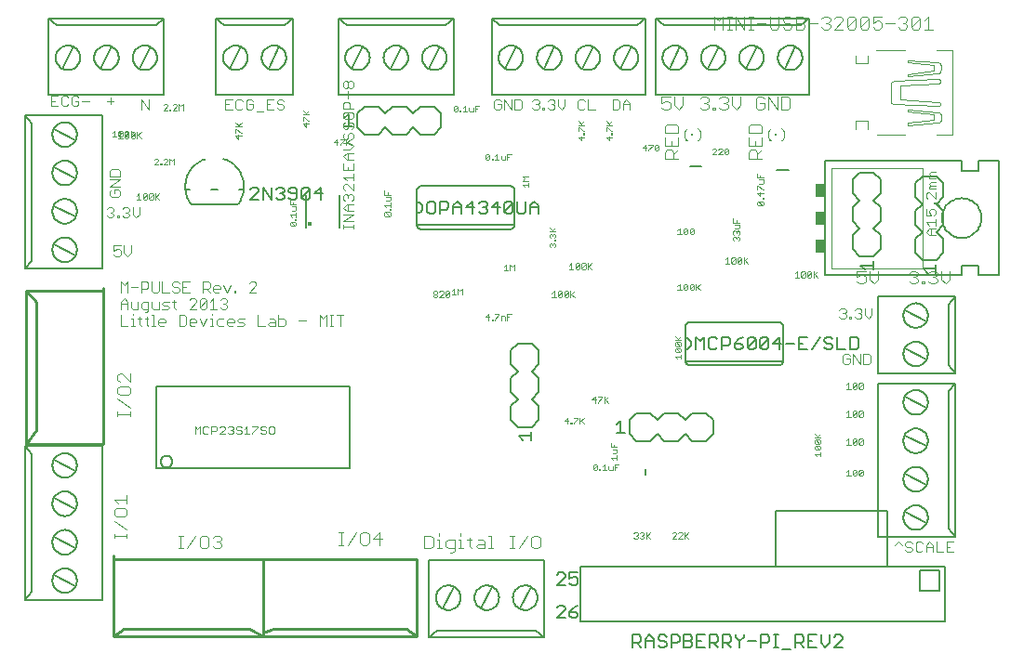
<source format=gto>
G75*
G70*
%OFA0B0*%
%FSLAX24Y24*%
%IPPOS*%
%LPD*%
%AMOC8*
5,1,8,0,0,1.08239X$1,22.5*
%
%ADD10C,0.0060*%
%ADD11C,0.0100*%
%ADD12C,0.0030*%
%ADD13C,0.0040*%
%ADD14C,0.0050*%
%ADD15C,0.0080*%
%ADD16C,0.0020*%
%ADD17R,0.0079X0.0079*%
%ADD18R,0.0098X0.0059*%
%ADD19C,0.0157*%
%ADD20R,0.0350X0.0500*%
D10*
X007956Y008675D02*
X007956Y011599D01*
X014906Y011599D01*
X014906Y008675D01*
X007956Y008675D01*
X008116Y008897D02*
X008118Y008926D01*
X008124Y008954D01*
X008133Y008981D01*
X008147Y009006D01*
X008163Y009030D01*
X008183Y009050D01*
X008205Y009069D01*
X008229Y009083D01*
X008256Y009095D01*
X008283Y009103D01*
X008312Y009107D01*
X008340Y009107D01*
X008369Y009103D01*
X008396Y009095D01*
X008423Y009083D01*
X008447Y009069D01*
X008469Y009050D01*
X008489Y009030D01*
X008505Y009006D01*
X008519Y008981D01*
X008528Y008954D01*
X008534Y008926D01*
X008536Y008897D01*
X008534Y008868D01*
X008528Y008840D01*
X008519Y008813D01*
X008505Y008788D01*
X008489Y008764D01*
X008469Y008744D01*
X008447Y008725D01*
X008423Y008711D01*
X008396Y008699D01*
X008369Y008691D01*
X008340Y008687D01*
X008312Y008687D01*
X008283Y008691D01*
X008256Y008699D01*
X008229Y008711D01*
X008205Y008725D01*
X008183Y008744D01*
X008163Y008764D01*
X008147Y008788D01*
X008133Y008813D01*
X008124Y008840D01*
X008118Y008868D01*
X008116Y008897D01*
X020676Y010387D02*
X020926Y010137D01*
X021426Y010137D01*
X021676Y010387D01*
X021676Y010887D01*
X021426Y011137D01*
X021676Y011387D01*
X021676Y011887D01*
X021426Y012137D01*
X021676Y012387D01*
X021676Y012887D01*
X021426Y013137D01*
X020926Y013137D01*
X020676Y012887D01*
X020676Y012387D01*
X020926Y012137D01*
X020676Y011887D01*
X020676Y011387D01*
X020926Y011137D01*
X020676Y010887D01*
X020676Y010387D01*
X024926Y010387D02*
X024926Y009887D01*
X025176Y009637D01*
X025676Y009637D01*
X025926Y009887D01*
X026176Y009637D01*
X026676Y009637D01*
X026926Y009887D01*
X027176Y009637D01*
X027676Y009637D01*
X027926Y009887D01*
X027926Y010387D01*
X027676Y010637D01*
X027176Y010637D01*
X026926Y010387D01*
X026676Y010637D01*
X026176Y010637D01*
X025926Y010387D01*
X025676Y010637D01*
X025176Y010637D01*
X024926Y010387D01*
X026926Y012507D02*
X030426Y012507D01*
X030426Y012517D02*
X030426Y013757D01*
X030424Y013780D01*
X030419Y013803D01*
X030410Y013825D01*
X030397Y013845D01*
X030382Y013863D01*
X030364Y013878D01*
X030344Y013891D01*
X030322Y013900D01*
X030299Y013905D01*
X030276Y013907D01*
X027076Y013907D01*
X027053Y013905D01*
X027030Y013900D01*
X027008Y013891D01*
X026988Y013878D01*
X026970Y013863D01*
X026955Y013845D01*
X026942Y013825D01*
X026933Y013803D01*
X026928Y013780D01*
X026926Y013757D01*
X026926Y013337D01*
X026926Y012937D01*
X026926Y012517D01*
X026928Y012494D01*
X026933Y012471D01*
X026942Y012449D01*
X026955Y012429D01*
X026970Y012411D01*
X026988Y012396D01*
X027008Y012383D01*
X027030Y012374D01*
X027053Y012369D01*
X027076Y012367D01*
X030276Y012367D01*
X030299Y012369D01*
X030322Y012374D01*
X030344Y012383D01*
X030364Y012396D01*
X030382Y012411D01*
X030397Y012429D01*
X030410Y012449D01*
X030419Y012471D01*
X030424Y012494D01*
X030426Y012517D01*
X026926Y012937D02*
X026953Y012939D01*
X026980Y012944D01*
X027006Y012954D01*
X027030Y012966D01*
X027052Y012982D01*
X027072Y013000D01*
X027089Y013022D01*
X027104Y013045D01*
X027114Y013070D01*
X027122Y013096D01*
X027126Y013123D01*
X027126Y013151D01*
X027122Y013178D01*
X027114Y013204D01*
X027104Y013229D01*
X027089Y013252D01*
X027072Y013274D01*
X027052Y013292D01*
X027030Y013308D01*
X027006Y013320D01*
X026980Y013330D01*
X026953Y013335D01*
X026926Y013337D01*
X031926Y015587D02*
X036826Y015587D01*
X036826Y015937D01*
X037426Y015937D01*
X037426Y015587D01*
X038176Y015587D01*
X038176Y019687D01*
X037426Y019687D01*
X037426Y019337D01*
X036826Y019337D01*
X036826Y019687D01*
X031926Y019687D01*
X031926Y015587D01*
X032926Y016512D02*
X033176Y016262D01*
X033676Y016262D01*
X033926Y016512D01*
X033926Y017012D01*
X033676Y017262D01*
X033926Y017512D01*
X033926Y018012D01*
X033676Y018262D01*
X033926Y018512D01*
X033926Y019012D01*
X033676Y019262D01*
X033176Y019262D01*
X032926Y019012D01*
X032926Y018512D01*
X033176Y018262D01*
X032926Y018012D01*
X032926Y017512D01*
X033176Y017262D01*
X032926Y017012D01*
X032926Y016512D01*
X035176Y016387D02*
X035426Y016137D01*
X035926Y016137D01*
X036176Y016387D01*
X036176Y016887D01*
X035926Y017137D01*
X036176Y017387D01*
X036176Y017887D01*
X035926Y018137D01*
X036176Y018387D01*
X036176Y018887D01*
X035926Y019137D01*
X035426Y019137D01*
X035176Y018887D01*
X035176Y018387D01*
X035426Y018137D01*
X035176Y017887D01*
X035176Y017387D01*
X035426Y017137D01*
X035176Y016887D01*
X035176Y016387D01*
X036116Y017637D02*
X036118Y017690D01*
X036124Y017743D01*
X036134Y017795D01*
X036148Y017846D01*
X036165Y017896D01*
X036186Y017945D01*
X036211Y017992D01*
X036239Y018037D01*
X036271Y018080D01*
X036306Y018120D01*
X036343Y018157D01*
X036383Y018192D01*
X036426Y018224D01*
X036471Y018252D01*
X036518Y018277D01*
X036567Y018298D01*
X036617Y018315D01*
X036668Y018329D01*
X036720Y018339D01*
X036773Y018345D01*
X036826Y018347D01*
X036879Y018345D01*
X036932Y018339D01*
X036984Y018329D01*
X037035Y018315D01*
X037085Y018298D01*
X037134Y018277D01*
X037181Y018252D01*
X037226Y018224D01*
X037269Y018192D01*
X037309Y018157D01*
X037346Y018120D01*
X037381Y018080D01*
X037413Y018037D01*
X037441Y017992D01*
X037466Y017945D01*
X037487Y017896D01*
X037504Y017846D01*
X037518Y017795D01*
X037528Y017743D01*
X037534Y017690D01*
X037536Y017637D01*
X037534Y017584D01*
X037528Y017531D01*
X037518Y017479D01*
X037504Y017428D01*
X037487Y017378D01*
X037466Y017329D01*
X037441Y017282D01*
X037413Y017237D01*
X037381Y017194D01*
X037346Y017154D01*
X037309Y017117D01*
X037269Y017082D01*
X037226Y017050D01*
X037181Y017022D01*
X037134Y016997D01*
X037085Y016976D01*
X037035Y016959D01*
X036984Y016945D01*
X036932Y016935D01*
X036879Y016929D01*
X036826Y016927D01*
X036773Y016929D01*
X036720Y016935D01*
X036668Y016945D01*
X036617Y016959D01*
X036567Y016976D01*
X036518Y016997D01*
X036471Y017022D01*
X036426Y017050D01*
X036383Y017082D01*
X036343Y017117D01*
X036306Y017154D01*
X036271Y017194D01*
X036239Y017237D01*
X036211Y017282D01*
X036186Y017329D01*
X036165Y017378D01*
X036148Y017428D01*
X036134Y017479D01*
X036124Y017531D01*
X036118Y017584D01*
X036116Y017637D01*
X030633Y019362D02*
X030206Y019362D01*
X027508Y019487D02*
X027081Y019487D01*
X020801Y018632D02*
X020801Y017392D01*
X020801Y017382D02*
X017301Y017382D01*
X017301Y017392D02*
X017301Y017812D01*
X017301Y018212D01*
X017301Y018632D01*
X017303Y018655D01*
X017308Y018678D01*
X017317Y018700D01*
X017330Y018720D01*
X017345Y018738D01*
X017363Y018753D01*
X017383Y018766D01*
X017405Y018775D01*
X017428Y018780D01*
X017451Y018782D01*
X020651Y018782D01*
X020674Y018780D01*
X020697Y018775D01*
X020719Y018766D01*
X020739Y018753D01*
X020757Y018738D01*
X020772Y018720D01*
X020785Y018700D01*
X020794Y018678D01*
X020799Y018655D01*
X020801Y018632D01*
X020801Y017392D02*
X020799Y017369D01*
X020794Y017346D01*
X020785Y017324D01*
X020772Y017304D01*
X020757Y017286D01*
X020739Y017271D01*
X020719Y017258D01*
X020697Y017249D01*
X020674Y017244D01*
X020651Y017242D01*
X017451Y017242D01*
X017428Y017244D01*
X017405Y017249D01*
X017383Y017258D01*
X017363Y017271D01*
X017345Y017286D01*
X017330Y017304D01*
X017317Y017324D01*
X017308Y017346D01*
X017303Y017369D01*
X017301Y017392D01*
X017301Y017812D02*
X017328Y017814D01*
X017355Y017819D01*
X017381Y017829D01*
X017405Y017841D01*
X017427Y017857D01*
X017447Y017875D01*
X017464Y017897D01*
X017479Y017920D01*
X017489Y017945D01*
X017497Y017971D01*
X017501Y017998D01*
X017501Y018026D01*
X017497Y018053D01*
X017489Y018079D01*
X017479Y018104D01*
X017464Y018127D01*
X017447Y018149D01*
X017427Y018167D01*
X017405Y018183D01*
X017381Y018195D01*
X017355Y018205D01*
X017328Y018210D01*
X017301Y018212D01*
X017426Y020637D02*
X017176Y020887D01*
X016926Y020637D01*
X016426Y020637D01*
X016176Y020887D01*
X015926Y020637D01*
X015426Y020637D01*
X015176Y020887D01*
X015176Y021387D01*
X015426Y021637D01*
X015926Y021637D01*
X016176Y021387D01*
X016426Y021637D01*
X016926Y021637D01*
X017176Y021387D01*
X017426Y021637D01*
X017926Y021637D01*
X018176Y021387D01*
X018176Y020887D01*
X017926Y020637D01*
X017426Y020637D01*
X030176Y007137D02*
X034176Y007137D01*
X034176Y005137D01*
X030176Y005137D01*
X030176Y007137D01*
D11*
X017301Y005387D02*
X017301Y002637D01*
X016926Y002887D01*
X012176Y002887D01*
X011801Y002762D01*
X011801Y002637D01*
X011301Y002887D01*
X006801Y002887D01*
X006426Y002637D01*
X011801Y002637D01*
X017301Y002637D01*
X017301Y005387D02*
X011801Y005387D01*
X011801Y002762D01*
X011801Y005387D02*
X006426Y005387D01*
X006426Y005512D01*
X006426Y005387D02*
X006426Y002637D01*
X003301Y009387D02*
X003301Y009512D01*
X003676Y010012D01*
X003676Y014637D01*
X003301Y015012D01*
X006051Y015012D01*
X006051Y009512D01*
X003301Y009512D01*
X003301Y015012D01*
X006051Y015012D02*
X006051Y015137D01*
D12*
X006691Y014977D02*
X006691Y015347D01*
X006815Y015224D01*
X006938Y015347D01*
X006938Y014977D01*
X007059Y015162D02*
X007306Y015162D01*
X007428Y015100D02*
X007613Y015100D01*
X007675Y015162D01*
X007675Y015285D01*
X007613Y015347D01*
X007428Y015347D01*
X007428Y014977D01*
X007796Y015039D02*
X007796Y015347D01*
X008043Y015347D02*
X008043Y015039D01*
X007981Y014977D01*
X007858Y014977D01*
X007796Y015039D01*
X008164Y014977D02*
X008164Y015347D01*
X008164Y014977D02*
X008411Y014977D01*
X008533Y015039D02*
X008594Y014977D01*
X008718Y014977D01*
X008780Y015039D01*
X008780Y015100D01*
X008718Y015162D01*
X008594Y015162D01*
X008533Y015224D01*
X008533Y015285D01*
X008594Y015347D01*
X008718Y015347D01*
X008780Y015285D01*
X008901Y015347D02*
X008901Y014977D01*
X009148Y014977D01*
X009025Y015162D02*
X008901Y015162D01*
X008901Y015347D02*
X009148Y015347D01*
X009638Y015347D02*
X009638Y014977D01*
X009638Y015100D02*
X009823Y015100D01*
X009885Y015162D01*
X009885Y015285D01*
X009823Y015347D01*
X009638Y015347D01*
X009761Y015100D02*
X009885Y014977D01*
X010006Y015039D02*
X010006Y015162D01*
X010068Y015224D01*
X010191Y015224D01*
X010253Y015162D01*
X010253Y015100D01*
X010006Y015100D01*
X010006Y015039D02*
X010068Y014977D01*
X010191Y014977D01*
X010313Y014747D02*
X010437Y014747D01*
X010498Y014685D01*
X010498Y014624D01*
X010437Y014562D01*
X010498Y014500D01*
X010498Y014439D01*
X010437Y014377D01*
X010313Y014377D01*
X010252Y014439D01*
X010130Y014377D02*
X009883Y014377D01*
X010007Y014377D02*
X010007Y014747D01*
X009883Y014624D01*
X009762Y014685D02*
X009515Y014439D01*
X009577Y014377D01*
X009700Y014377D01*
X009762Y014439D01*
X009762Y014685D01*
X009700Y014747D01*
X009577Y014747D01*
X009515Y014685D01*
X009515Y014439D01*
X009393Y014377D02*
X009147Y014377D01*
X009393Y014624D01*
X009393Y014685D01*
X009332Y014747D01*
X009208Y014747D01*
X009147Y014685D01*
X008656Y014624D02*
X008533Y014624D01*
X008594Y014685D02*
X008594Y014439D01*
X008656Y014377D01*
X008411Y014439D02*
X008350Y014500D01*
X008226Y014500D01*
X008164Y014562D01*
X008226Y014624D01*
X008411Y014624D01*
X008411Y014439D02*
X008350Y014377D01*
X008164Y014377D01*
X008043Y014377D02*
X008043Y014624D01*
X007796Y014624D02*
X007796Y014439D01*
X007858Y014377D01*
X008043Y014377D01*
X007858Y014147D02*
X007858Y013777D01*
X007796Y013777D02*
X007920Y013777D01*
X008042Y013839D02*
X008042Y013962D01*
X008103Y014024D01*
X008227Y014024D01*
X008289Y013962D01*
X008289Y013900D01*
X008042Y013900D01*
X008042Y013839D02*
X008103Y013777D01*
X008227Y013777D01*
X008778Y013777D02*
X008963Y013777D01*
X009025Y013839D01*
X009025Y014085D01*
X008963Y014147D01*
X008778Y014147D01*
X008778Y013777D01*
X009147Y013839D02*
X009147Y013962D01*
X009208Y014024D01*
X009332Y014024D01*
X009393Y013962D01*
X009393Y013900D01*
X009147Y013900D01*
X009147Y013839D02*
X009208Y013777D01*
X009332Y013777D01*
X009638Y013777D02*
X009762Y014024D01*
X009883Y014024D02*
X009945Y014024D01*
X009945Y013777D01*
X009883Y013777D02*
X010007Y013777D01*
X010129Y013839D02*
X010190Y013777D01*
X010376Y013777D01*
X010497Y013839D02*
X010497Y013962D01*
X010559Y014024D01*
X010682Y014024D01*
X010744Y013962D01*
X010744Y013900D01*
X010497Y013900D01*
X010497Y013839D02*
X010559Y013777D01*
X010682Y013777D01*
X010865Y013777D02*
X011051Y013777D01*
X011112Y013839D01*
X011051Y013900D01*
X010927Y013900D01*
X010865Y013962D01*
X010927Y014024D01*
X011112Y014024D01*
X011602Y014147D02*
X011602Y013777D01*
X011849Y013777D01*
X011970Y013839D02*
X012032Y013900D01*
X012217Y013900D01*
X012217Y013962D02*
X012217Y013777D01*
X012032Y013777D01*
X011970Y013839D01*
X012032Y014024D02*
X012156Y014024D01*
X012217Y013962D01*
X012339Y014024D02*
X012524Y014024D01*
X012586Y013962D01*
X012586Y013839D01*
X012524Y013777D01*
X012339Y013777D01*
X012339Y014147D01*
X013075Y013962D02*
X013322Y013962D01*
X013812Y013777D02*
X013812Y014147D01*
X013935Y014024D01*
X014059Y014147D01*
X014059Y013777D01*
X014180Y013777D02*
X014304Y013777D01*
X014242Y013777D02*
X014242Y014147D01*
X014180Y014147D02*
X014304Y014147D01*
X014426Y014147D02*
X014673Y014147D01*
X014549Y014147D02*
X014549Y013777D01*
X011542Y014977D02*
X011295Y014977D01*
X011542Y015224D01*
X011542Y015285D01*
X011480Y015347D01*
X011357Y015347D01*
X011295Y015285D01*
X010804Y015039D02*
X010804Y014977D01*
X010743Y014977D01*
X010743Y015039D01*
X010804Y015039D01*
X010621Y015224D02*
X010498Y014977D01*
X010374Y015224D01*
X010313Y014747D02*
X010252Y014685D01*
X010375Y014562D02*
X010437Y014562D01*
X009945Y014209D02*
X009945Y014147D01*
X010129Y013962D02*
X010129Y013839D01*
X010129Y013962D02*
X010190Y014024D01*
X010376Y014024D01*
X009638Y013777D02*
X009515Y014024D01*
X007858Y014147D02*
X007796Y014147D01*
X007674Y014024D02*
X007551Y014024D01*
X007612Y014085D02*
X007612Y013839D01*
X007674Y013777D01*
X007428Y013777D02*
X007367Y013839D01*
X007367Y014085D01*
X007305Y014024D02*
X007428Y014024D01*
X007551Y014253D02*
X007613Y014253D01*
X007675Y014315D01*
X007675Y014624D01*
X007490Y014624D01*
X007428Y014562D01*
X007428Y014439D01*
X007490Y014377D01*
X007675Y014377D01*
X007306Y014377D02*
X007306Y014624D01*
X007059Y014624D02*
X007059Y014439D01*
X007121Y014377D01*
X007306Y014377D01*
X007121Y014209D02*
X007121Y014147D01*
X007121Y014024D02*
X007121Y013777D01*
X007059Y013777D02*
X007183Y013777D01*
X006938Y013777D02*
X006691Y013777D01*
X006691Y014147D01*
X006691Y014377D02*
X006691Y014624D01*
X006815Y014747D01*
X006938Y014624D01*
X006938Y014377D01*
X006938Y014562D02*
X006691Y014562D01*
X007059Y014024D02*
X007121Y014024D01*
X006933Y016277D02*
X006809Y016400D01*
X006809Y016647D01*
X006688Y016647D02*
X006441Y016647D01*
X006441Y016462D01*
X006565Y016524D01*
X006626Y016524D01*
X006688Y016462D01*
X006688Y016339D01*
X006626Y016277D01*
X006503Y016277D01*
X006441Y016339D01*
X006933Y016277D02*
X007056Y016400D01*
X007056Y016647D01*
X006929Y017652D02*
X006805Y017652D01*
X006744Y017714D01*
X006621Y017714D02*
X006621Y017652D01*
X006559Y017652D01*
X006559Y017714D01*
X006621Y017714D01*
X006438Y017714D02*
X006376Y017652D01*
X006253Y017652D01*
X006191Y017714D01*
X006315Y017837D02*
X006376Y017837D01*
X006438Y017775D01*
X006438Y017714D01*
X006376Y017837D02*
X006438Y017899D01*
X006438Y017960D01*
X006376Y018022D01*
X006253Y018022D01*
X006191Y017960D01*
X006744Y017960D02*
X006805Y018022D01*
X006929Y018022D01*
X006991Y017960D01*
X006991Y017899D01*
X006929Y017837D01*
X006991Y017775D01*
X006991Y017714D01*
X006929Y017652D01*
X006929Y017837D02*
X006867Y017837D01*
X007112Y017775D02*
X007235Y017652D01*
X007359Y017775D01*
X007359Y018022D01*
X007112Y018022D02*
X007112Y017775D01*
X006599Y018402D02*
X006353Y018402D01*
X006291Y018464D01*
X006291Y018587D01*
X006353Y018649D01*
X006476Y018649D02*
X006476Y018525D01*
X006476Y018649D02*
X006599Y018649D01*
X006661Y018587D01*
X006661Y018464D01*
X006599Y018402D01*
X006661Y018770D02*
X006291Y018770D01*
X006661Y019017D01*
X006291Y019017D01*
X006291Y019138D02*
X006291Y019324D01*
X006353Y019385D01*
X006599Y019385D01*
X006661Y019324D01*
X006661Y019138D01*
X006291Y019138D01*
X007441Y021527D02*
X007441Y021897D01*
X007688Y021527D01*
X007688Y021897D01*
X006438Y021837D02*
X006191Y021837D01*
X006315Y021960D02*
X006315Y021714D01*
X005543Y021837D02*
X005296Y021837D01*
X005175Y021837D02*
X005051Y021837D01*
X005175Y021837D02*
X005175Y021714D01*
X005113Y021652D01*
X004990Y021652D01*
X004928Y021714D01*
X004928Y021960D01*
X004990Y022022D01*
X005113Y022022D01*
X005175Y021960D01*
X004806Y021960D02*
X004745Y022022D01*
X004621Y022022D01*
X004559Y021960D01*
X004559Y021714D01*
X004621Y021652D01*
X004745Y021652D01*
X004806Y021714D01*
X004438Y021652D02*
X004191Y021652D01*
X004191Y022022D01*
X004438Y022022D01*
X004315Y021837D02*
X004191Y021837D01*
X010441Y021897D02*
X010441Y021527D01*
X010688Y021527D01*
X010809Y021589D02*
X010871Y021527D01*
X010995Y021527D01*
X011056Y021589D01*
X011178Y021589D02*
X011240Y021527D01*
X011363Y021527D01*
X011425Y021589D01*
X011425Y021712D01*
X011301Y021712D01*
X011178Y021835D02*
X011178Y021589D01*
X011178Y021835D02*
X011240Y021897D01*
X011363Y021897D01*
X011425Y021835D01*
X011056Y021835D02*
X010995Y021897D01*
X010871Y021897D01*
X010809Y021835D01*
X010809Y021589D01*
X010565Y021712D02*
X010441Y021712D01*
X010441Y021897D02*
X010688Y021897D01*
X011546Y021465D02*
X011793Y021465D01*
X011914Y021527D02*
X012161Y021527D01*
X012283Y021589D02*
X012344Y021527D01*
X012468Y021527D01*
X012530Y021589D01*
X012530Y021650D01*
X012468Y021712D01*
X012344Y021712D01*
X012283Y021774D01*
X012283Y021835D01*
X012344Y021897D01*
X012468Y021897D01*
X012530Y021835D01*
X012161Y021897D02*
X011914Y021897D01*
X011914Y021527D01*
X011914Y021712D02*
X012038Y021712D01*
X014654Y021749D02*
X014654Y021564D01*
X015025Y021564D01*
X014901Y021564D02*
X014901Y021749D01*
X014839Y021811D01*
X014716Y021811D01*
X014654Y021749D01*
X014839Y021932D02*
X014839Y022179D01*
X014778Y022301D02*
X014716Y022301D01*
X014654Y022363D01*
X014654Y022486D01*
X014716Y022548D01*
X014778Y022548D01*
X014839Y022486D01*
X014839Y022363D01*
X014778Y022301D01*
X014839Y022363D02*
X014901Y022301D01*
X014963Y022301D01*
X015025Y022363D01*
X015025Y022486D01*
X014963Y022548D01*
X014901Y022548D01*
X014839Y022486D01*
X014716Y021443D02*
X014654Y021381D01*
X014654Y021258D01*
X014716Y021196D01*
X014963Y021196D01*
X015025Y021258D01*
X015025Y021381D01*
X014963Y021443D01*
X014716Y021443D01*
X014716Y021074D02*
X014654Y021013D01*
X014654Y020889D01*
X014716Y020828D01*
X014778Y020828D01*
X014839Y020889D01*
X014839Y021013D01*
X014901Y021074D01*
X014963Y021074D01*
X015025Y021013D01*
X015025Y020889D01*
X014963Y020828D01*
X014963Y020706D02*
X014901Y020706D01*
X014839Y020644D01*
X014839Y020521D01*
X014778Y020459D01*
X014716Y020459D01*
X014654Y020521D01*
X014654Y020644D01*
X014716Y020706D01*
X014963Y020706D02*
X015025Y020644D01*
X015025Y020521D01*
X014963Y020459D01*
X014901Y020338D02*
X015025Y020214D01*
X014901Y020091D01*
X014654Y020091D01*
X014778Y019969D02*
X015025Y019969D01*
X014839Y019969D02*
X014839Y019723D01*
X014778Y019723D02*
X014654Y019846D01*
X014778Y019969D01*
X014778Y019723D02*
X015025Y019723D01*
X015025Y019601D02*
X015025Y019354D01*
X014654Y019354D01*
X014654Y019601D01*
X014839Y019478D02*
X014839Y019354D01*
X015025Y019233D02*
X015025Y018986D01*
X015025Y018865D02*
X015025Y018618D01*
X014778Y018865D01*
X014716Y018865D01*
X014654Y018803D01*
X014654Y018679D01*
X014716Y018618D01*
X014716Y018496D02*
X014778Y018496D01*
X014839Y018434D01*
X014901Y018496D01*
X014963Y018496D01*
X015025Y018434D01*
X015025Y018311D01*
X014963Y018249D01*
X015025Y018128D02*
X014778Y018128D01*
X014654Y018004D01*
X014778Y017881D01*
X015025Y017881D01*
X015025Y017760D02*
X014654Y017760D01*
X014839Y017881D02*
X014839Y018128D01*
X014716Y018249D02*
X014654Y018311D01*
X014654Y018434D01*
X014716Y018496D01*
X014839Y018434D02*
X014839Y018373D01*
X014778Y018986D02*
X014654Y019109D01*
X015025Y019109D01*
X014901Y020338D02*
X014654Y020338D01*
X015025Y017760D02*
X014654Y017513D01*
X015025Y017513D01*
X015025Y017391D02*
X015025Y017267D01*
X015025Y017329D02*
X014654Y017329D01*
X014654Y017267D02*
X014654Y017391D01*
X020066Y021589D02*
X020128Y021527D01*
X020251Y021527D01*
X020313Y021589D01*
X020313Y021712D01*
X020190Y021712D01*
X020313Y021835D02*
X020251Y021897D01*
X020128Y021897D01*
X020066Y021835D01*
X020066Y021589D01*
X020434Y021527D02*
X020434Y021897D01*
X020681Y021527D01*
X020681Y021897D01*
X020803Y021897D02*
X020988Y021897D01*
X021050Y021835D01*
X021050Y021589D01*
X020988Y021527D01*
X020803Y021527D01*
X020803Y021897D01*
X021441Y021835D02*
X021503Y021897D01*
X021626Y021897D01*
X021688Y021835D01*
X021688Y021774D01*
X021626Y021712D01*
X021688Y021650D01*
X021688Y021589D01*
X021626Y021527D01*
X021503Y021527D01*
X021441Y021589D01*
X021565Y021712D02*
X021626Y021712D01*
X021809Y021589D02*
X021809Y021527D01*
X021871Y021527D01*
X021871Y021589D01*
X021809Y021589D01*
X021994Y021589D02*
X022055Y021527D01*
X022179Y021527D01*
X022241Y021589D01*
X022241Y021650D01*
X022179Y021712D01*
X022117Y021712D01*
X022179Y021712D02*
X022241Y021774D01*
X022241Y021835D01*
X022179Y021897D01*
X022055Y021897D01*
X021994Y021835D01*
X022362Y021897D02*
X022362Y021650D01*
X022485Y021527D01*
X022609Y021650D01*
X022609Y021897D01*
X023066Y021835D02*
X023066Y021589D01*
X023128Y021527D01*
X023251Y021527D01*
X023313Y021589D01*
X023434Y021527D02*
X023681Y021527D01*
X023434Y021527D02*
X023434Y021897D01*
X023313Y021835D02*
X023251Y021897D01*
X023128Y021897D01*
X023066Y021835D01*
X024316Y021897D02*
X024316Y021527D01*
X024501Y021527D01*
X024563Y021589D01*
X024563Y021835D01*
X024501Y021897D01*
X024316Y021897D01*
X024684Y021774D02*
X024808Y021897D01*
X024931Y021774D01*
X024931Y021527D01*
X024931Y021712D02*
X024684Y021712D01*
X024684Y021774D02*
X024684Y021527D01*
X032441Y014335D02*
X032503Y014397D01*
X032626Y014397D01*
X032688Y014335D01*
X032688Y014274D01*
X032626Y014212D01*
X032688Y014150D01*
X032688Y014089D01*
X032626Y014027D01*
X032503Y014027D01*
X032441Y014089D01*
X032565Y014212D02*
X032626Y014212D01*
X032809Y014089D02*
X032871Y014089D01*
X032871Y014027D01*
X032809Y014027D01*
X032809Y014089D01*
X032994Y014089D02*
X033055Y014027D01*
X033179Y014027D01*
X033241Y014089D01*
X033241Y014150D01*
X033179Y014212D01*
X033117Y014212D01*
X033179Y014212D02*
X033241Y014274D01*
X033241Y014335D01*
X033179Y014397D01*
X033055Y014397D01*
X032994Y014335D01*
X033362Y014397D02*
X033362Y014150D01*
X033485Y014027D01*
X033609Y014150D01*
X033609Y014397D01*
X033488Y012772D02*
X033303Y012772D01*
X033303Y012402D01*
X033488Y012402D01*
X033550Y012464D01*
X033550Y012710D01*
X033488Y012772D01*
X033181Y012772D02*
X033181Y012402D01*
X032934Y012772D01*
X032934Y012402D01*
X032813Y012464D02*
X032813Y012587D01*
X032690Y012587D01*
X032813Y012710D02*
X032751Y012772D01*
X032628Y012772D01*
X032566Y012710D01*
X032566Y012464D01*
X032628Y012402D01*
X032751Y012402D01*
X032813Y012464D01*
X034565Y006022D02*
X034688Y005899D01*
X034809Y005899D02*
X034871Y005837D01*
X034995Y005837D01*
X035056Y005775D01*
X035056Y005714D01*
X034995Y005652D01*
X034871Y005652D01*
X034809Y005714D01*
X034809Y005899D02*
X034809Y005960D01*
X034871Y006022D01*
X034995Y006022D01*
X035056Y005960D01*
X035178Y005960D02*
X035178Y005714D01*
X035240Y005652D01*
X035363Y005652D01*
X035425Y005714D01*
X035546Y005652D02*
X035546Y005899D01*
X035670Y006022D01*
X035793Y005899D01*
X035793Y005652D01*
X035914Y005652D02*
X035914Y006022D01*
X035793Y005837D02*
X035546Y005837D01*
X035425Y005960D02*
X035363Y006022D01*
X035240Y006022D01*
X035178Y005960D01*
X034565Y006022D02*
X034441Y005899D01*
X035914Y005652D02*
X036161Y005652D01*
X036283Y005652D02*
X036283Y006022D01*
X036530Y006022D01*
X036406Y005837D02*
X036283Y005837D01*
X036283Y005652D02*
X036530Y005652D01*
X012190Y009930D02*
X012190Y010124D01*
X012142Y010172D01*
X012045Y010172D01*
X011997Y010124D01*
X011997Y009930D01*
X012045Y009882D01*
X012142Y009882D01*
X012190Y009930D01*
X011895Y009930D02*
X011847Y009882D01*
X011750Y009882D01*
X011702Y009930D01*
X011750Y010027D02*
X011847Y010027D01*
X011895Y009979D01*
X011895Y009930D01*
X011750Y010027D02*
X011702Y010075D01*
X011702Y010124D01*
X011750Y010172D01*
X011847Y010172D01*
X011895Y010124D01*
X011601Y010124D02*
X011407Y009930D01*
X011407Y009882D01*
X011306Y009882D02*
X011113Y009882D01*
X011209Y009882D02*
X011209Y010172D01*
X011113Y010075D01*
X011011Y010124D02*
X010963Y010172D01*
X010866Y010172D01*
X010818Y010124D01*
X010818Y010075D01*
X010866Y010027D01*
X010963Y010027D01*
X011011Y009979D01*
X011011Y009930D01*
X010963Y009882D01*
X010866Y009882D01*
X010818Y009930D01*
X010717Y009930D02*
X010668Y009882D01*
X010572Y009882D01*
X010523Y009930D01*
X010422Y009882D02*
X010229Y009882D01*
X010422Y010075D01*
X010422Y010124D01*
X010374Y010172D01*
X010277Y010172D01*
X010229Y010124D01*
X010127Y010124D02*
X010127Y010027D01*
X010079Y009979D01*
X009934Y009979D01*
X009934Y009882D02*
X009934Y010172D01*
X010079Y010172D01*
X010127Y010124D01*
X009833Y010124D02*
X009784Y010172D01*
X009688Y010172D01*
X009639Y010124D01*
X009639Y009930D01*
X009688Y009882D01*
X009784Y009882D01*
X009833Y009930D01*
X009538Y009882D02*
X009538Y010172D01*
X009441Y010075D01*
X009345Y010172D01*
X009345Y009882D01*
X010523Y010124D02*
X010572Y010172D01*
X010668Y010172D01*
X010717Y010124D01*
X010717Y010075D01*
X010668Y010027D01*
X010717Y009979D01*
X010717Y009930D01*
X010668Y010027D02*
X010620Y010027D01*
X011407Y010172D02*
X011601Y010172D01*
X011601Y010124D01*
D13*
X007031Y010532D02*
X007031Y010685D01*
X007031Y010609D02*
X006571Y010609D01*
X006571Y010685D02*
X006571Y010532D01*
X007031Y010839D02*
X006571Y011146D01*
X006648Y011299D02*
X006954Y011299D01*
X007031Y011376D01*
X007031Y011529D01*
X006954Y011606D01*
X006648Y011606D01*
X006571Y011529D01*
X006571Y011376D01*
X006648Y011299D01*
X006648Y011760D02*
X006571Y011836D01*
X006571Y011990D01*
X006648Y012066D01*
X006724Y012066D01*
X007031Y011760D01*
X007031Y012066D01*
X006906Y007691D02*
X006906Y007385D01*
X006906Y007538D02*
X006446Y007538D01*
X006599Y007385D01*
X006523Y007231D02*
X006446Y007154D01*
X006446Y007001D01*
X006523Y006924D01*
X006829Y006924D01*
X006906Y007001D01*
X006906Y007154D01*
X006829Y007231D01*
X006523Y007231D01*
X006446Y006771D02*
X006906Y006464D01*
X006906Y006310D02*
X006906Y006157D01*
X006906Y006234D02*
X006446Y006234D01*
X006446Y006310D02*
X006446Y006157D01*
X008758Y006242D02*
X008912Y006242D01*
X008835Y006242D02*
X008835Y005782D01*
X008758Y005782D02*
X008912Y005782D01*
X009065Y005782D02*
X009372Y006242D01*
X009525Y006165D02*
X009525Y005859D01*
X009602Y005782D01*
X009756Y005782D01*
X009832Y005859D01*
X009832Y006165D01*
X009756Y006242D01*
X009602Y006242D01*
X009525Y006165D01*
X009986Y006165D02*
X010063Y006242D01*
X010216Y006242D01*
X010293Y006165D01*
X010293Y006089D01*
X010216Y006012D01*
X010293Y005935D01*
X010293Y005859D01*
X010216Y005782D01*
X010063Y005782D01*
X009986Y005859D01*
X010139Y006012D02*
X010216Y006012D01*
X014508Y005907D02*
X014662Y005907D01*
X014585Y005907D02*
X014585Y006367D01*
X014508Y006367D02*
X014662Y006367D01*
X015122Y006367D02*
X014815Y005907D01*
X015275Y005984D02*
X015352Y005907D01*
X015506Y005907D01*
X015582Y005984D01*
X015582Y006290D01*
X015506Y006367D01*
X015352Y006367D01*
X015275Y006290D01*
X015275Y005984D01*
X015736Y006137D02*
X016043Y006137D01*
X015966Y005907D02*
X015966Y006367D01*
X015736Y006137D01*
X017571Y006242D02*
X017571Y005782D01*
X017801Y005782D01*
X017878Y005859D01*
X017878Y006165D01*
X017801Y006242D01*
X017571Y006242D01*
X018032Y006089D02*
X018108Y006089D01*
X018108Y005782D01*
X018032Y005782D02*
X018185Y005782D01*
X018339Y005859D02*
X018339Y006012D01*
X018415Y006089D01*
X018645Y006089D01*
X018645Y005705D01*
X018569Y005628D01*
X018492Y005628D01*
X018415Y005782D02*
X018645Y005782D01*
X018799Y005782D02*
X018952Y005782D01*
X018876Y005782D02*
X018876Y006089D01*
X018799Y006089D01*
X018876Y006242D02*
X018876Y006319D01*
X019106Y006089D02*
X019259Y006089D01*
X019183Y006165D02*
X019183Y005859D01*
X019259Y005782D01*
X019413Y005859D02*
X019489Y005935D01*
X019720Y005935D01*
X019720Y006012D02*
X019720Y005782D01*
X019489Y005782D01*
X019413Y005859D01*
X019489Y006089D02*
X019643Y006089D01*
X019720Y006012D01*
X019873Y005782D02*
X020027Y005782D01*
X019950Y005782D02*
X019950Y006242D01*
X019873Y006242D01*
X020640Y006242D02*
X020794Y006242D01*
X020717Y006242D02*
X020717Y005782D01*
X020640Y005782D02*
X020794Y005782D01*
X020947Y005782D02*
X021254Y006242D01*
X021408Y006165D02*
X021408Y005859D01*
X021485Y005782D01*
X021638Y005782D01*
X021715Y005859D01*
X021715Y006165D01*
X021638Y006242D01*
X021485Y006242D01*
X021408Y006165D01*
X018415Y005782D02*
X018339Y005859D01*
X018108Y006242D02*
X018108Y006319D01*
X033071Y015359D02*
X033148Y015282D01*
X033301Y015282D01*
X033378Y015359D01*
X033378Y015512D01*
X033301Y015589D01*
X033225Y015589D01*
X033071Y015512D01*
X033071Y015742D01*
X033378Y015742D01*
X033532Y015742D02*
X033532Y015435D01*
X033685Y015282D01*
X033839Y015435D01*
X033839Y015742D01*
X034946Y015665D02*
X035023Y015742D01*
X035176Y015742D01*
X035253Y015665D01*
X035253Y015589D01*
X035176Y015512D01*
X035253Y015435D01*
X035253Y015359D01*
X035176Y015282D01*
X035023Y015282D01*
X034946Y015359D01*
X035100Y015512D02*
X035176Y015512D01*
X035407Y015359D02*
X035483Y015359D01*
X035483Y015282D01*
X035407Y015282D01*
X035407Y015359D01*
X035637Y015359D02*
X035714Y015282D01*
X035867Y015282D01*
X035944Y015359D01*
X035944Y015435D01*
X035867Y015512D01*
X035790Y015512D01*
X035867Y015512D02*
X035944Y015589D01*
X035944Y015665D01*
X035867Y015742D01*
X035714Y015742D01*
X035637Y015665D01*
X036097Y015742D02*
X036097Y015435D01*
X036251Y015282D01*
X036404Y015435D01*
X036404Y015742D01*
X035896Y017013D02*
X035663Y017013D01*
X035546Y017130D01*
X035663Y017246D01*
X035896Y017246D01*
X035896Y017372D02*
X035896Y017605D01*
X035896Y017489D02*
X035546Y017489D01*
X035663Y017372D01*
X035721Y017246D02*
X035721Y017013D01*
X035721Y017731D02*
X035663Y017848D01*
X035663Y017906D01*
X035721Y017965D01*
X035838Y017965D01*
X035896Y017906D01*
X035896Y017789D01*
X035838Y017731D01*
X035721Y017731D02*
X035546Y017731D01*
X035546Y017965D01*
X035838Y018148D02*
X035896Y018148D01*
X035896Y018207D01*
X035838Y018207D01*
X035838Y018148D01*
X035896Y018207D02*
X036013Y018090D01*
X035896Y018329D02*
X035663Y018563D01*
X035604Y018563D01*
X035546Y018505D01*
X035546Y018388D01*
X035604Y018329D01*
X035896Y018329D02*
X035896Y018563D01*
X035896Y018689D02*
X035663Y018689D01*
X035663Y018747D01*
X035721Y018805D01*
X035663Y018864D01*
X035721Y018922D01*
X035896Y018922D01*
X035896Y018805D02*
X035721Y018805D01*
X035663Y019048D02*
X035663Y019106D01*
X035721Y019164D01*
X035663Y019223D01*
X035721Y019281D01*
X035896Y019281D01*
X035896Y019164D02*
X035721Y019164D01*
X035663Y019048D02*
X035896Y019048D01*
X035914Y020624D02*
X036506Y020624D01*
X036506Y023649D01*
X035914Y023649D01*
X036506Y023649D02*
X036506Y023649D01*
X036508Y023651D02*
X036508Y020622D01*
X035975Y021054D02*
X034892Y020972D01*
X034892Y021054D01*
X035832Y021156D01*
X035832Y021360D01*
X034892Y021462D01*
X034892Y021544D01*
X035975Y021442D01*
X035994Y021438D01*
X036013Y021432D01*
X036030Y021422D01*
X036046Y021410D01*
X036059Y021395D01*
X036070Y021378D01*
X036077Y021360D01*
X036077Y021135D02*
X036070Y021117D01*
X036059Y021100D01*
X036046Y021085D01*
X036030Y021073D01*
X036013Y021063D01*
X035994Y021057D01*
X035975Y021053D01*
X036076Y021136D02*
X036085Y021173D01*
X036091Y021210D01*
X036093Y021248D01*
X036091Y021286D01*
X036085Y021323D01*
X036076Y021360D01*
X035975Y021646D02*
X034381Y021728D01*
X034380Y021727D02*
X034362Y021730D01*
X034345Y021737D01*
X034330Y021746D01*
X034317Y021759D01*
X034308Y021774D01*
X034301Y021791D01*
X034298Y021809D01*
X034299Y021810D02*
X034299Y022464D01*
X034298Y022464D02*
X034301Y022482D01*
X034308Y022499D01*
X034317Y022514D01*
X034330Y022527D01*
X034345Y022536D01*
X034362Y022543D01*
X034380Y022546D01*
X034381Y022546D02*
X035975Y022627D01*
X035975Y022628D02*
X035991Y022626D01*
X036006Y022622D01*
X036021Y022614D01*
X036033Y022604D01*
X036043Y022592D01*
X036051Y022577D01*
X036055Y022562D01*
X036057Y022546D01*
X036057Y022545D02*
X036055Y022529D01*
X036051Y022514D01*
X036043Y022499D01*
X036033Y022487D01*
X036021Y022477D01*
X036006Y022469D01*
X035991Y022465D01*
X035975Y022463D01*
X035975Y022464D02*
X034626Y022382D01*
X034626Y021891D01*
X034626Y021892D02*
X035975Y021810D01*
X035991Y021808D01*
X036006Y021804D01*
X036021Y021796D01*
X036033Y021786D01*
X036043Y021774D01*
X036051Y021759D01*
X036055Y021744D01*
X036057Y021728D01*
X036057Y021728D01*
X036055Y021712D01*
X036051Y021697D01*
X036043Y021682D01*
X036033Y021670D01*
X036021Y021660D01*
X036006Y021652D01*
X035991Y021648D01*
X035975Y021646D01*
X035975Y022832D02*
X034892Y022729D01*
X034892Y022811D01*
X035832Y022913D01*
X035832Y023118D01*
X034892Y023220D01*
X034892Y023302D01*
X035975Y023220D01*
X035994Y023216D01*
X036013Y023210D01*
X036030Y023200D01*
X036046Y023188D01*
X036059Y023173D01*
X036070Y023156D01*
X036077Y023138D01*
X036077Y022913D02*
X036070Y022895D01*
X036059Y022878D01*
X036046Y022863D01*
X036030Y022851D01*
X036013Y022841D01*
X035994Y022835D01*
X035975Y022831D01*
X036076Y022914D02*
X036085Y022951D01*
X036091Y022988D01*
X036093Y023026D01*
X036091Y023064D01*
X036085Y023101D01*
X036076Y023138D01*
X034807Y023651D02*
X033749Y023651D01*
X033464Y023446D02*
X033464Y023200D01*
X033012Y023200D01*
X033012Y023449D01*
X032954Y024407D02*
X032800Y024407D01*
X032723Y024484D01*
X033030Y024790D01*
X033030Y024484D01*
X032954Y024407D01*
X033184Y024484D02*
X033491Y024790D01*
X033491Y024484D01*
X033414Y024407D01*
X033261Y024407D01*
X033184Y024484D01*
X033184Y024790D01*
X033261Y024867D01*
X033414Y024867D01*
X033491Y024790D01*
X033644Y024867D02*
X033644Y024637D01*
X033798Y024714D01*
X033874Y024714D01*
X033951Y024637D01*
X033951Y024484D01*
X033874Y024407D01*
X033721Y024407D01*
X033644Y024484D01*
X033644Y024867D02*
X033951Y024867D01*
X034105Y024637D02*
X034412Y024637D01*
X034565Y024484D02*
X034642Y024407D01*
X034795Y024407D01*
X034872Y024484D01*
X034872Y024560D01*
X034795Y024637D01*
X034718Y024637D01*
X034795Y024637D02*
X034872Y024714D01*
X034872Y024790D01*
X034795Y024867D01*
X034642Y024867D01*
X034565Y024790D01*
X035025Y024790D02*
X035025Y024484D01*
X035332Y024790D01*
X035332Y024484D01*
X035256Y024407D01*
X035102Y024407D01*
X035025Y024484D01*
X035025Y024790D02*
X035102Y024867D01*
X035256Y024867D01*
X035332Y024790D01*
X035486Y024714D02*
X035639Y024867D01*
X035639Y024407D01*
X035486Y024407D02*
X035793Y024407D01*
X033030Y024790D02*
X032954Y024867D01*
X032800Y024867D01*
X032723Y024790D01*
X032723Y024484D01*
X032570Y024407D02*
X032263Y024407D01*
X032570Y024714D01*
X032570Y024790D01*
X032493Y024867D01*
X032340Y024867D01*
X032263Y024790D01*
X032110Y024790D02*
X032110Y024714D01*
X032033Y024637D01*
X032110Y024560D01*
X032110Y024484D01*
X032033Y024407D01*
X031879Y024407D01*
X031803Y024484D01*
X031956Y024637D02*
X032033Y024637D01*
X032110Y024790D02*
X032033Y024867D01*
X031879Y024867D01*
X031803Y024790D01*
X031649Y024637D02*
X031342Y024637D01*
X031189Y024560D02*
X031189Y024484D01*
X031112Y024407D01*
X030882Y024407D01*
X030882Y024867D01*
X031112Y024867D01*
X031189Y024790D01*
X031189Y024714D01*
X031112Y024637D01*
X030882Y024637D01*
X030728Y024560D02*
X030728Y024484D01*
X030652Y024407D01*
X030498Y024407D01*
X030421Y024484D01*
X030268Y024484D02*
X030268Y024867D01*
X030421Y024790D02*
X030421Y024714D01*
X030498Y024637D01*
X030652Y024637D01*
X030728Y024560D01*
X030728Y024790D02*
X030652Y024867D01*
X030498Y024867D01*
X030421Y024790D01*
X030268Y024484D02*
X030191Y024407D01*
X030038Y024407D01*
X029961Y024484D01*
X029961Y024867D01*
X029808Y024637D02*
X029501Y024637D01*
X029347Y024407D02*
X029194Y024407D01*
X029270Y024407D02*
X029270Y024867D01*
X029194Y024867D02*
X029347Y024867D01*
X029040Y024867D02*
X029040Y024407D01*
X028733Y024867D01*
X028733Y024407D01*
X028580Y024407D02*
X028426Y024407D01*
X028503Y024407D02*
X028503Y024867D01*
X028426Y024867D02*
X028580Y024867D01*
X028273Y024867D02*
X028273Y024407D01*
X027966Y024407D02*
X027966Y024867D01*
X028119Y024714D01*
X028273Y024867D01*
X031112Y024637D02*
X031189Y024560D01*
X030597Y021992D02*
X030367Y021992D01*
X030367Y021532D01*
X030597Y021532D01*
X030674Y021609D01*
X030674Y021915D01*
X030597Y021992D01*
X030214Y021992D02*
X030214Y021532D01*
X029907Y021992D01*
X029907Y021532D01*
X029753Y021609D02*
X029753Y021762D01*
X029600Y021762D01*
X029753Y021609D02*
X029676Y021532D01*
X029523Y021532D01*
X029446Y021609D01*
X029446Y021915D01*
X029523Y021992D01*
X029676Y021992D01*
X029753Y021915D01*
X028904Y021992D02*
X028904Y021685D01*
X028751Y021532D01*
X028597Y021685D01*
X028597Y021992D01*
X028444Y021915D02*
X028444Y021839D01*
X028367Y021762D01*
X028444Y021685D01*
X028444Y021609D01*
X028367Y021532D01*
X028214Y021532D01*
X028137Y021609D01*
X027983Y021609D02*
X027983Y021532D01*
X027907Y021532D01*
X027907Y021609D01*
X027983Y021609D01*
X027753Y021609D02*
X027676Y021532D01*
X027523Y021532D01*
X027446Y021609D01*
X027600Y021762D02*
X027676Y021762D01*
X027753Y021685D01*
X027753Y021609D01*
X027676Y021762D02*
X027753Y021839D01*
X027753Y021915D01*
X027676Y021992D01*
X027523Y021992D01*
X027446Y021915D01*
X028137Y021915D02*
X028214Y021992D01*
X028367Y021992D01*
X028444Y021915D01*
X028367Y021762D02*
X028290Y021762D01*
X029196Y020927D02*
X029196Y020696D01*
X029656Y020696D01*
X029656Y020927D01*
X029579Y021003D01*
X029273Y021003D01*
X029196Y020927D01*
X029196Y020543D02*
X029196Y020236D01*
X029656Y020236D01*
X029656Y020543D01*
X029426Y020389D02*
X029426Y020236D01*
X029426Y020083D02*
X029503Y020006D01*
X029503Y019776D01*
X029503Y019929D02*
X029656Y020083D01*
X029426Y020083D02*
X029273Y020083D01*
X029196Y020006D01*
X029196Y019776D01*
X029656Y019776D01*
X030373Y020420D02*
X030396Y020443D01*
X030416Y020469D01*
X030433Y020497D01*
X030447Y020526D01*
X030458Y020557D01*
X030465Y020588D01*
X030469Y020621D01*
X030469Y020653D01*
X030465Y020686D01*
X030458Y020717D01*
X030447Y020748D01*
X030433Y020777D01*
X030416Y020805D01*
X030396Y020831D01*
X030373Y020854D01*
X029979Y020854D02*
X029956Y020831D01*
X029936Y020805D01*
X029919Y020777D01*
X029905Y020748D01*
X029894Y020717D01*
X029887Y020686D01*
X029883Y020653D01*
X029883Y020621D01*
X029887Y020588D01*
X029894Y020557D01*
X029905Y020526D01*
X029919Y020497D01*
X029936Y020469D01*
X029956Y020443D01*
X029979Y020420D01*
X027373Y020420D02*
X027396Y020443D01*
X027416Y020469D01*
X027433Y020497D01*
X027447Y020526D01*
X027458Y020557D01*
X027465Y020588D01*
X027469Y020621D01*
X027469Y020653D01*
X027465Y020686D01*
X027458Y020717D01*
X027447Y020748D01*
X027433Y020777D01*
X027416Y020805D01*
X027396Y020831D01*
X027373Y020854D01*
X026979Y020854D02*
X026956Y020831D01*
X026936Y020805D01*
X026919Y020777D01*
X026905Y020748D01*
X026894Y020717D01*
X026887Y020686D01*
X026883Y020653D01*
X026883Y020621D01*
X026887Y020588D01*
X026894Y020557D01*
X026905Y020526D01*
X026919Y020497D01*
X026936Y020469D01*
X026956Y020443D01*
X026979Y020420D01*
X026656Y020543D02*
X026656Y020236D01*
X026196Y020236D01*
X026196Y020543D01*
X026196Y020696D02*
X026196Y020927D01*
X026273Y021003D01*
X026579Y021003D01*
X026656Y020927D01*
X026656Y020696D01*
X026196Y020696D01*
X026426Y020389D02*
X026426Y020236D01*
X026426Y020083D02*
X026503Y020006D01*
X026503Y019776D01*
X026503Y019929D02*
X026656Y020083D01*
X026426Y020083D02*
X026273Y020083D01*
X026196Y020006D01*
X026196Y019776D01*
X026656Y019776D01*
X026685Y021532D02*
X026839Y021685D01*
X026839Y021992D01*
X026532Y021992D02*
X026532Y021685D01*
X026685Y021532D01*
X026378Y021609D02*
X026301Y021532D01*
X026148Y021532D01*
X026071Y021609D01*
X026071Y021762D02*
X026225Y021839D01*
X026301Y021839D01*
X026378Y021762D01*
X026378Y021609D01*
X026071Y021762D02*
X026071Y021992D01*
X026378Y021992D01*
X033019Y021114D02*
X033019Y020828D01*
X033019Y021114D02*
X033464Y021114D01*
X033464Y020828D01*
X033789Y020622D02*
X034787Y020622D01*
D14*
X003495Y004234D02*
X003259Y003939D01*
X003259Y009451D01*
X003495Y009156D01*
X003495Y004234D01*
X003259Y003939D02*
X006015Y003939D01*
X006015Y009451D01*
X003259Y009451D01*
X004282Y008959D02*
X005070Y008565D01*
X004236Y008762D02*
X004238Y008804D01*
X004244Y008845D01*
X004254Y008886D01*
X004268Y008926D01*
X004285Y008964D01*
X004306Y009000D01*
X004330Y009034D01*
X004358Y009066D01*
X004388Y009095D01*
X004421Y009120D01*
X004456Y009143D01*
X004493Y009162D01*
X004532Y009178D01*
X004572Y009190D01*
X004613Y009198D01*
X004655Y009202D01*
X004697Y009202D01*
X004739Y009198D01*
X004780Y009190D01*
X004820Y009178D01*
X004859Y009162D01*
X004896Y009143D01*
X004931Y009120D01*
X004964Y009095D01*
X004994Y009066D01*
X005022Y009034D01*
X005046Y009000D01*
X005067Y008964D01*
X005084Y008926D01*
X005098Y008886D01*
X005108Y008845D01*
X005114Y008804D01*
X005116Y008762D01*
X005114Y008720D01*
X005108Y008679D01*
X005098Y008638D01*
X005084Y008598D01*
X005067Y008560D01*
X005046Y008524D01*
X005022Y008490D01*
X004994Y008458D01*
X004964Y008429D01*
X004931Y008404D01*
X004896Y008381D01*
X004859Y008362D01*
X004820Y008346D01*
X004780Y008334D01*
X004739Y008326D01*
X004697Y008322D01*
X004655Y008322D01*
X004613Y008326D01*
X004572Y008334D01*
X004532Y008346D01*
X004493Y008362D01*
X004456Y008381D01*
X004421Y008404D01*
X004388Y008429D01*
X004358Y008458D01*
X004330Y008490D01*
X004306Y008524D01*
X004285Y008560D01*
X004268Y008598D01*
X004254Y008638D01*
X004244Y008679D01*
X004238Y008720D01*
X004236Y008762D01*
X004282Y007581D02*
X005070Y007187D01*
X004236Y007384D02*
X004238Y007426D01*
X004244Y007467D01*
X004254Y007508D01*
X004268Y007548D01*
X004285Y007586D01*
X004306Y007622D01*
X004330Y007656D01*
X004358Y007688D01*
X004388Y007717D01*
X004421Y007742D01*
X004456Y007765D01*
X004493Y007784D01*
X004532Y007800D01*
X004572Y007812D01*
X004613Y007820D01*
X004655Y007824D01*
X004697Y007824D01*
X004739Y007820D01*
X004780Y007812D01*
X004820Y007800D01*
X004859Y007784D01*
X004896Y007765D01*
X004931Y007742D01*
X004964Y007717D01*
X004994Y007688D01*
X005022Y007656D01*
X005046Y007622D01*
X005067Y007586D01*
X005084Y007548D01*
X005098Y007508D01*
X005108Y007467D01*
X005114Y007426D01*
X005116Y007384D01*
X005114Y007342D01*
X005108Y007301D01*
X005098Y007260D01*
X005084Y007220D01*
X005067Y007182D01*
X005046Y007146D01*
X005022Y007112D01*
X004994Y007080D01*
X004964Y007051D01*
X004931Y007026D01*
X004896Y007003D01*
X004859Y006984D01*
X004820Y006968D01*
X004780Y006956D01*
X004739Y006948D01*
X004697Y006944D01*
X004655Y006944D01*
X004613Y006948D01*
X004572Y006956D01*
X004532Y006968D01*
X004493Y006984D01*
X004456Y007003D01*
X004421Y007026D01*
X004388Y007051D01*
X004358Y007080D01*
X004330Y007112D01*
X004306Y007146D01*
X004285Y007182D01*
X004268Y007220D01*
X004254Y007260D01*
X004244Y007301D01*
X004238Y007342D01*
X004236Y007384D01*
X004282Y006203D02*
X005070Y005809D01*
X004236Y006006D02*
X004238Y006048D01*
X004244Y006089D01*
X004254Y006130D01*
X004268Y006170D01*
X004285Y006208D01*
X004306Y006244D01*
X004330Y006278D01*
X004358Y006310D01*
X004388Y006339D01*
X004421Y006364D01*
X004456Y006387D01*
X004493Y006406D01*
X004532Y006422D01*
X004572Y006434D01*
X004613Y006442D01*
X004655Y006446D01*
X004697Y006446D01*
X004739Y006442D01*
X004780Y006434D01*
X004820Y006422D01*
X004859Y006406D01*
X004896Y006387D01*
X004931Y006364D01*
X004964Y006339D01*
X004994Y006310D01*
X005022Y006278D01*
X005046Y006244D01*
X005067Y006208D01*
X005084Y006170D01*
X005098Y006130D01*
X005108Y006089D01*
X005114Y006048D01*
X005116Y006006D01*
X005114Y005964D01*
X005108Y005923D01*
X005098Y005882D01*
X005084Y005842D01*
X005067Y005804D01*
X005046Y005768D01*
X005022Y005734D01*
X004994Y005702D01*
X004964Y005673D01*
X004931Y005648D01*
X004896Y005625D01*
X004859Y005606D01*
X004820Y005590D01*
X004780Y005578D01*
X004739Y005570D01*
X004697Y005566D01*
X004655Y005566D01*
X004613Y005570D01*
X004572Y005578D01*
X004532Y005590D01*
X004493Y005606D01*
X004456Y005625D01*
X004421Y005648D01*
X004388Y005673D01*
X004358Y005702D01*
X004330Y005734D01*
X004306Y005768D01*
X004285Y005804D01*
X004268Y005842D01*
X004254Y005882D01*
X004244Y005923D01*
X004238Y005964D01*
X004236Y006006D01*
X004282Y004825D02*
X005070Y004431D01*
X004236Y004628D02*
X004238Y004670D01*
X004244Y004711D01*
X004254Y004752D01*
X004268Y004792D01*
X004285Y004830D01*
X004306Y004866D01*
X004330Y004900D01*
X004358Y004932D01*
X004388Y004961D01*
X004421Y004986D01*
X004456Y005009D01*
X004493Y005028D01*
X004532Y005044D01*
X004572Y005056D01*
X004613Y005064D01*
X004655Y005068D01*
X004697Y005068D01*
X004739Y005064D01*
X004780Y005056D01*
X004820Y005044D01*
X004859Y005028D01*
X004896Y005009D01*
X004931Y004986D01*
X004964Y004961D01*
X004994Y004932D01*
X005022Y004900D01*
X005046Y004866D01*
X005067Y004830D01*
X005084Y004792D01*
X005098Y004752D01*
X005108Y004711D01*
X005114Y004670D01*
X005116Y004628D01*
X005114Y004586D01*
X005108Y004545D01*
X005098Y004504D01*
X005084Y004464D01*
X005067Y004426D01*
X005046Y004390D01*
X005022Y004356D01*
X004994Y004324D01*
X004964Y004295D01*
X004931Y004270D01*
X004896Y004247D01*
X004859Y004228D01*
X004820Y004212D01*
X004780Y004200D01*
X004739Y004192D01*
X004697Y004188D01*
X004655Y004188D01*
X004613Y004192D01*
X004572Y004200D01*
X004532Y004212D01*
X004493Y004228D01*
X004456Y004247D01*
X004421Y004270D01*
X004388Y004295D01*
X004358Y004324D01*
X004330Y004356D01*
X004306Y004390D01*
X004285Y004426D01*
X004268Y004464D01*
X004254Y004504D01*
X004244Y004545D01*
X004238Y004586D01*
X004236Y004628D01*
X035313Y004273D02*
X035313Y005001D01*
X035312Y005001D02*
X036040Y005001D01*
X036040Y004273D01*
X035312Y004273D01*
X036227Y005119D02*
X036227Y003151D01*
X023156Y003151D01*
X023156Y005119D01*
X036227Y005119D01*
X036594Y006198D02*
X033838Y006198D01*
X033838Y011710D01*
X036594Y011710D01*
X036357Y011414D01*
X036357Y006493D01*
X036594Y006198D01*
X036594Y011710D01*
X036594Y012073D02*
X036357Y012368D01*
X036357Y014533D01*
X036594Y014829D01*
X036594Y012073D01*
X033838Y012073D01*
X033838Y014829D01*
X036594Y014829D01*
X035901Y015662D02*
X035901Y015962D01*
X035901Y015812D02*
X035451Y015812D01*
X035601Y015662D01*
X034782Y014337D02*
X035570Y013943D01*
X034736Y014140D02*
X034738Y014182D01*
X034744Y014223D01*
X034754Y014264D01*
X034768Y014304D01*
X034785Y014342D01*
X034806Y014378D01*
X034830Y014412D01*
X034858Y014444D01*
X034888Y014473D01*
X034921Y014498D01*
X034956Y014521D01*
X034993Y014540D01*
X035032Y014556D01*
X035072Y014568D01*
X035113Y014576D01*
X035155Y014580D01*
X035197Y014580D01*
X035239Y014576D01*
X035280Y014568D01*
X035320Y014556D01*
X035359Y014540D01*
X035396Y014521D01*
X035431Y014498D01*
X035464Y014473D01*
X035494Y014444D01*
X035522Y014412D01*
X035546Y014378D01*
X035567Y014342D01*
X035584Y014304D01*
X035598Y014264D01*
X035608Y014223D01*
X035614Y014182D01*
X035616Y014140D01*
X035614Y014098D01*
X035608Y014057D01*
X035598Y014016D01*
X035584Y013976D01*
X035567Y013938D01*
X035546Y013902D01*
X035522Y013868D01*
X035494Y013836D01*
X035464Y013807D01*
X035431Y013782D01*
X035396Y013759D01*
X035359Y013740D01*
X035320Y013724D01*
X035280Y013712D01*
X035239Y013704D01*
X035197Y013700D01*
X035155Y013700D01*
X035113Y013704D01*
X035072Y013712D01*
X035032Y013724D01*
X034993Y013740D01*
X034956Y013759D01*
X034921Y013782D01*
X034888Y013807D01*
X034858Y013836D01*
X034830Y013868D01*
X034806Y013902D01*
X034785Y013938D01*
X034768Y013976D01*
X034754Y014016D01*
X034744Y014057D01*
X034738Y014098D01*
X034736Y014140D01*
X033126Y013287D02*
X033051Y013362D01*
X032826Y013362D01*
X032826Y012912D01*
X033051Y012912D01*
X033126Y012987D01*
X033126Y013287D01*
X032666Y012912D02*
X032365Y012912D01*
X032365Y013362D01*
X032205Y013287D02*
X032130Y013362D01*
X031980Y013362D01*
X031905Y013287D01*
X031905Y013212D01*
X031980Y013137D01*
X032130Y013137D01*
X032205Y013062D01*
X032205Y012987D01*
X032130Y012912D01*
X031980Y012912D01*
X031905Y012987D01*
X031745Y013362D02*
X031445Y012912D01*
X031285Y012912D02*
X030984Y012912D01*
X030984Y013362D01*
X031285Y013362D01*
X031134Y013137D02*
X030984Y013137D01*
X030824Y013137D02*
X030524Y013137D01*
X030364Y013137D02*
X030064Y013137D01*
X030289Y013362D01*
X030289Y012912D01*
X029903Y012987D02*
X029903Y013287D01*
X029603Y012987D01*
X029678Y012912D01*
X029828Y012912D01*
X029903Y012987D01*
X029603Y012987D02*
X029603Y013287D01*
X029678Y013362D01*
X029828Y013362D01*
X029903Y013287D01*
X029443Y013287D02*
X029443Y012987D01*
X029368Y012912D01*
X029218Y012912D01*
X029143Y012987D01*
X029443Y013287D01*
X029368Y013362D01*
X029218Y013362D01*
X029143Y013287D01*
X029143Y012987D01*
X028983Y012987D02*
X028983Y013062D01*
X028908Y013137D01*
X028682Y013137D01*
X028682Y012987D01*
X028757Y012912D01*
X028908Y012912D01*
X028983Y012987D01*
X028832Y013287D02*
X028682Y013137D01*
X028522Y013137D02*
X028447Y013062D01*
X028222Y013062D01*
X028222Y012912D02*
X028222Y013362D01*
X028447Y013362D01*
X028522Y013287D01*
X028522Y013137D01*
X028832Y013287D02*
X028983Y013362D01*
X028062Y013287D02*
X027987Y013362D01*
X027837Y013362D01*
X027762Y013287D01*
X027762Y012987D01*
X027837Y012912D01*
X027987Y012912D01*
X028062Y012987D01*
X027601Y012912D02*
X027601Y013362D01*
X027451Y013212D01*
X027301Y013362D01*
X027301Y012912D01*
X024601Y010362D02*
X024601Y009912D01*
X024451Y009912D02*
X024751Y009912D01*
X024451Y010212D02*
X024601Y010362D01*
X021401Y009962D02*
X021401Y009662D01*
X021401Y009812D02*
X020951Y009812D01*
X021101Y009662D01*
X021871Y005350D02*
X017737Y005350D01*
X017737Y002594D01*
X018032Y002831D01*
X021576Y002831D01*
X021871Y002594D01*
X017737Y002594D01*
X018229Y003618D02*
X018623Y004406D01*
X017986Y004012D02*
X017988Y004054D01*
X017994Y004095D01*
X018004Y004136D01*
X018018Y004176D01*
X018035Y004214D01*
X018056Y004250D01*
X018080Y004284D01*
X018108Y004316D01*
X018138Y004345D01*
X018171Y004370D01*
X018206Y004393D01*
X018243Y004412D01*
X018282Y004428D01*
X018322Y004440D01*
X018363Y004448D01*
X018405Y004452D01*
X018447Y004452D01*
X018489Y004448D01*
X018530Y004440D01*
X018570Y004428D01*
X018609Y004412D01*
X018646Y004393D01*
X018681Y004370D01*
X018714Y004345D01*
X018744Y004316D01*
X018772Y004284D01*
X018796Y004250D01*
X018817Y004214D01*
X018834Y004176D01*
X018848Y004136D01*
X018858Y004095D01*
X018864Y004054D01*
X018866Y004012D01*
X018864Y003970D01*
X018858Y003929D01*
X018848Y003888D01*
X018834Y003848D01*
X018817Y003810D01*
X018796Y003774D01*
X018772Y003740D01*
X018744Y003708D01*
X018714Y003679D01*
X018681Y003654D01*
X018646Y003631D01*
X018609Y003612D01*
X018570Y003596D01*
X018530Y003584D01*
X018489Y003576D01*
X018447Y003572D01*
X018405Y003572D01*
X018363Y003576D01*
X018322Y003584D01*
X018282Y003596D01*
X018243Y003612D01*
X018206Y003631D01*
X018171Y003654D01*
X018138Y003679D01*
X018108Y003708D01*
X018080Y003740D01*
X018056Y003774D01*
X018035Y003810D01*
X018018Y003848D01*
X018004Y003888D01*
X017994Y003929D01*
X017988Y003970D01*
X017986Y004012D01*
X019607Y003618D02*
X020001Y004406D01*
X019364Y004012D02*
X019366Y004054D01*
X019372Y004095D01*
X019382Y004136D01*
X019396Y004176D01*
X019413Y004214D01*
X019434Y004250D01*
X019458Y004284D01*
X019486Y004316D01*
X019516Y004345D01*
X019549Y004370D01*
X019584Y004393D01*
X019621Y004412D01*
X019660Y004428D01*
X019700Y004440D01*
X019741Y004448D01*
X019783Y004452D01*
X019825Y004452D01*
X019867Y004448D01*
X019908Y004440D01*
X019948Y004428D01*
X019987Y004412D01*
X020024Y004393D01*
X020059Y004370D01*
X020092Y004345D01*
X020122Y004316D01*
X020150Y004284D01*
X020174Y004250D01*
X020195Y004214D01*
X020212Y004176D01*
X020226Y004136D01*
X020236Y004095D01*
X020242Y004054D01*
X020244Y004012D01*
X020242Y003970D01*
X020236Y003929D01*
X020226Y003888D01*
X020212Y003848D01*
X020195Y003810D01*
X020174Y003774D01*
X020150Y003740D01*
X020122Y003708D01*
X020092Y003679D01*
X020059Y003654D01*
X020024Y003631D01*
X019987Y003612D01*
X019948Y003596D01*
X019908Y003584D01*
X019867Y003576D01*
X019825Y003572D01*
X019783Y003572D01*
X019741Y003576D01*
X019700Y003584D01*
X019660Y003596D01*
X019621Y003612D01*
X019584Y003631D01*
X019549Y003654D01*
X019516Y003679D01*
X019486Y003708D01*
X019458Y003740D01*
X019434Y003774D01*
X019413Y003810D01*
X019396Y003848D01*
X019382Y003888D01*
X019372Y003929D01*
X019366Y003970D01*
X019364Y004012D01*
X020985Y003618D02*
X021379Y004406D01*
X020742Y004012D02*
X020744Y004054D01*
X020750Y004095D01*
X020760Y004136D01*
X020774Y004176D01*
X020791Y004214D01*
X020812Y004250D01*
X020836Y004284D01*
X020864Y004316D01*
X020894Y004345D01*
X020927Y004370D01*
X020962Y004393D01*
X020999Y004412D01*
X021038Y004428D01*
X021078Y004440D01*
X021119Y004448D01*
X021161Y004452D01*
X021203Y004452D01*
X021245Y004448D01*
X021286Y004440D01*
X021326Y004428D01*
X021365Y004412D01*
X021402Y004393D01*
X021437Y004370D01*
X021470Y004345D01*
X021500Y004316D01*
X021528Y004284D01*
X021552Y004250D01*
X021573Y004214D01*
X021590Y004176D01*
X021604Y004136D01*
X021614Y004095D01*
X021620Y004054D01*
X021622Y004012D01*
X021620Y003970D01*
X021614Y003929D01*
X021604Y003888D01*
X021590Y003848D01*
X021573Y003810D01*
X021552Y003774D01*
X021528Y003740D01*
X021500Y003708D01*
X021470Y003679D01*
X021437Y003654D01*
X021402Y003631D01*
X021365Y003612D01*
X021326Y003596D01*
X021286Y003584D01*
X021245Y003576D01*
X021203Y003572D01*
X021161Y003572D01*
X021119Y003576D01*
X021078Y003584D01*
X021038Y003596D01*
X020999Y003612D01*
X020962Y003631D01*
X020927Y003654D01*
X020894Y003679D01*
X020864Y003708D01*
X020836Y003740D01*
X020812Y003774D01*
X020791Y003810D01*
X020774Y003848D01*
X020760Y003888D01*
X020750Y003929D01*
X020744Y003970D01*
X020742Y004012D01*
X022315Y003659D02*
X022390Y003734D01*
X022541Y003734D01*
X022616Y003659D01*
X022616Y003584D01*
X022315Y003284D01*
X022616Y003284D01*
X022776Y003359D02*
X022851Y003284D01*
X023001Y003284D01*
X023076Y003359D01*
X023076Y003434D01*
X023001Y003509D01*
X022776Y003509D01*
X022776Y003359D01*
X022776Y003509D02*
X022926Y003659D01*
X023076Y003734D01*
X023001Y004465D02*
X022851Y004465D01*
X022776Y004540D01*
X022776Y004690D02*
X022926Y004765D01*
X023001Y004765D01*
X023076Y004690D01*
X023076Y004540D01*
X023001Y004465D01*
X022776Y004690D02*
X022776Y004915D01*
X023076Y004915D01*
X022616Y004840D02*
X022541Y004915D01*
X022390Y004915D01*
X022315Y004840D01*
X022616Y004840D02*
X022616Y004765D01*
X022315Y004465D01*
X022616Y004465D01*
X021871Y005350D02*
X021871Y002594D01*
X025030Y002681D02*
X025030Y002231D01*
X025030Y002381D02*
X025255Y002381D01*
X025330Y002456D01*
X025330Y002606D01*
X025255Y002681D01*
X025030Y002681D01*
X025180Y002381D02*
X025330Y002231D01*
X025490Y002231D02*
X025490Y002531D01*
X025640Y002681D01*
X025791Y002531D01*
X025791Y002231D01*
X025951Y002306D02*
X026026Y002231D01*
X026176Y002231D01*
X026251Y002306D01*
X026251Y002381D01*
X026176Y002456D01*
X026026Y002456D01*
X025951Y002531D01*
X025951Y002606D01*
X026026Y002681D01*
X026176Y002681D01*
X026251Y002606D01*
X026411Y002681D02*
X026636Y002681D01*
X026711Y002606D01*
X026711Y002456D01*
X026636Y002381D01*
X026411Y002381D01*
X026411Y002231D02*
X026411Y002681D01*
X025791Y002456D02*
X025490Y002456D01*
X026871Y002456D02*
X027097Y002456D01*
X027172Y002381D01*
X027172Y002306D01*
X027097Y002231D01*
X026871Y002231D01*
X026871Y002681D01*
X027097Y002681D01*
X027172Y002606D01*
X027172Y002531D01*
X027097Y002456D01*
X027332Y002456D02*
X027482Y002456D01*
X027332Y002681D02*
X027332Y002231D01*
X027632Y002231D01*
X027792Y002231D02*
X027792Y002681D01*
X028017Y002681D01*
X028093Y002606D01*
X028093Y002456D01*
X028017Y002381D01*
X027792Y002381D01*
X027942Y002381D02*
X028093Y002231D01*
X028253Y002231D02*
X028253Y002681D01*
X028478Y002681D01*
X028553Y002606D01*
X028553Y002456D01*
X028478Y002381D01*
X028253Y002381D01*
X028403Y002381D02*
X028553Y002231D01*
X028863Y002231D02*
X028863Y002456D01*
X029013Y002606D01*
X029013Y002681D01*
X028863Y002456D02*
X028713Y002606D01*
X028713Y002681D01*
X029173Y002456D02*
X029474Y002456D01*
X029634Y002381D02*
X029859Y002381D01*
X029934Y002456D01*
X029934Y002606D01*
X029859Y002681D01*
X029634Y002681D01*
X029634Y002231D01*
X030094Y002231D02*
X030244Y002231D01*
X030169Y002231D02*
X030169Y002681D01*
X030094Y002681D02*
X030244Y002681D01*
X030401Y002156D02*
X030701Y002156D01*
X030862Y002231D02*
X030862Y002681D01*
X031087Y002681D01*
X031162Y002606D01*
X031162Y002456D01*
X031087Y002381D01*
X030862Y002381D01*
X031012Y002381D02*
X031162Y002231D01*
X031322Y002231D02*
X031622Y002231D01*
X031782Y002381D02*
X031932Y002231D01*
X032083Y002381D01*
X032083Y002681D01*
X032243Y002606D02*
X032318Y002681D01*
X032468Y002681D01*
X032543Y002606D01*
X032543Y002531D01*
X032243Y002231D01*
X032543Y002231D01*
X031782Y002381D02*
X031782Y002681D01*
X031622Y002681D02*
X031322Y002681D01*
X031322Y002231D01*
X031322Y002456D02*
X031472Y002456D01*
X027632Y002681D02*
X027332Y002681D01*
X034782Y007084D02*
X035570Y006690D01*
X034736Y006887D02*
X034738Y006929D01*
X034744Y006970D01*
X034754Y007011D01*
X034768Y007051D01*
X034785Y007089D01*
X034806Y007125D01*
X034830Y007159D01*
X034858Y007191D01*
X034888Y007220D01*
X034921Y007245D01*
X034956Y007268D01*
X034993Y007287D01*
X035032Y007303D01*
X035072Y007315D01*
X035113Y007323D01*
X035155Y007327D01*
X035197Y007327D01*
X035239Y007323D01*
X035280Y007315D01*
X035320Y007303D01*
X035359Y007287D01*
X035396Y007268D01*
X035431Y007245D01*
X035464Y007220D01*
X035494Y007191D01*
X035522Y007159D01*
X035546Y007125D01*
X035567Y007089D01*
X035584Y007051D01*
X035598Y007011D01*
X035608Y006970D01*
X035614Y006929D01*
X035616Y006887D01*
X035614Y006845D01*
X035608Y006804D01*
X035598Y006763D01*
X035584Y006723D01*
X035567Y006685D01*
X035546Y006649D01*
X035522Y006615D01*
X035494Y006583D01*
X035464Y006554D01*
X035431Y006529D01*
X035396Y006506D01*
X035359Y006487D01*
X035320Y006471D01*
X035280Y006459D01*
X035239Y006451D01*
X035197Y006447D01*
X035155Y006447D01*
X035113Y006451D01*
X035072Y006459D01*
X035032Y006471D01*
X034993Y006487D01*
X034956Y006506D01*
X034921Y006529D01*
X034888Y006554D01*
X034858Y006583D01*
X034830Y006615D01*
X034806Y006649D01*
X034785Y006685D01*
X034768Y006723D01*
X034754Y006763D01*
X034744Y006804D01*
X034738Y006845D01*
X034736Y006887D01*
X035570Y008068D02*
X034782Y008462D01*
X034736Y008265D02*
X034738Y008307D01*
X034744Y008348D01*
X034754Y008389D01*
X034768Y008429D01*
X034785Y008467D01*
X034806Y008503D01*
X034830Y008537D01*
X034858Y008569D01*
X034888Y008598D01*
X034921Y008623D01*
X034956Y008646D01*
X034993Y008665D01*
X035032Y008681D01*
X035072Y008693D01*
X035113Y008701D01*
X035155Y008705D01*
X035197Y008705D01*
X035239Y008701D01*
X035280Y008693D01*
X035320Y008681D01*
X035359Y008665D01*
X035396Y008646D01*
X035431Y008623D01*
X035464Y008598D01*
X035494Y008569D01*
X035522Y008537D01*
X035546Y008503D01*
X035567Y008467D01*
X035584Y008429D01*
X035598Y008389D01*
X035608Y008348D01*
X035614Y008307D01*
X035616Y008265D01*
X035614Y008223D01*
X035608Y008182D01*
X035598Y008141D01*
X035584Y008101D01*
X035567Y008063D01*
X035546Y008027D01*
X035522Y007993D01*
X035494Y007961D01*
X035464Y007932D01*
X035431Y007907D01*
X035396Y007884D01*
X035359Y007865D01*
X035320Y007849D01*
X035280Y007837D01*
X035239Y007829D01*
X035197Y007825D01*
X035155Y007825D01*
X035113Y007829D01*
X035072Y007837D01*
X035032Y007849D01*
X034993Y007865D01*
X034956Y007884D01*
X034921Y007907D01*
X034888Y007932D01*
X034858Y007961D01*
X034830Y007993D01*
X034806Y008027D01*
X034785Y008063D01*
X034768Y008101D01*
X034754Y008141D01*
X034744Y008182D01*
X034738Y008223D01*
X034736Y008265D01*
X035570Y009446D02*
X034782Y009840D01*
X034736Y009643D02*
X034738Y009685D01*
X034744Y009726D01*
X034754Y009767D01*
X034768Y009807D01*
X034785Y009845D01*
X034806Y009881D01*
X034830Y009915D01*
X034858Y009947D01*
X034888Y009976D01*
X034921Y010001D01*
X034956Y010024D01*
X034993Y010043D01*
X035032Y010059D01*
X035072Y010071D01*
X035113Y010079D01*
X035155Y010083D01*
X035197Y010083D01*
X035239Y010079D01*
X035280Y010071D01*
X035320Y010059D01*
X035359Y010043D01*
X035396Y010024D01*
X035431Y010001D01*
X035464Y009976D01*
X035494Y009947D01*
X035522Y009915D01*
X035546Y009881D01*
X035567Y009845D01*
X035584Y009807D01*
X035598Y009767D01*
X035608Y009726D01*
X035614Y009685D01*
X035616Y009643D01*
X035614Y009601D01*
X035608Y009560D01*
X035598Y009519D01*
X035584Y009479D01*
X035567Y009441D01*
X035546Y009405D01*
X035522Y009371D01*
X035494Y009339D01*
X035464Y009310D01*
X035431Y009285D01*
X035396Y009262D01*
X035359Y009243D01*
X035320Y009227D01*
X035280Y009215D01*
X035239Y009207D01*
X035197Y009203D01*
X035155Y009203D01*
X035113Y009207D01*
X035072Y009215D01*
X035032Y009227D01*
X034993Y009243D01*
X034956Y009262D01*
X034921Y009285D01*
X034888Y009310D01*
X034858Y009339D01*
X034830Y009371D01*
X034806Y009405D01*
X034785Y009441D01*
X034768Y009479D01*
X034754Y009519D01*
X034744Y009560D01*
X034738Y009601D01*
X034736Y009643D01*
X035570Y010824D02*
X034782Y011218D01*
X034736Y011021D02*
X034738Y011063D01*
X034744Y011104D01*
X034754Y011145D01*
X034768Y011185D01*
X034785Y011223D01*
X034806Y011259D01*
X034830Y011293D01*
X034858Y011325D01*
X034888Y011354D01*
X034921Y011379D01*
X034956Y011402D01*
X034993Y011421D01*
X035032Y011437D01*
X035072Y011449D01*
X035113Y011457D01*
X035155Y011461D01*
X035197Y011461D01*
X035239Y011457D01*
X035280Y011449D01*
X035320Y011437D01*
X035359Y011421D01*
X035396Y011402D01*
X035431Y011379D01*
X035464Y011354D01*
X035494Y011325D01*
X035522Y011293D01*
X035546Y011259D01*
X035567Y011223D01*
X035584Y011185D01*
X035598Y011145D01*
X035608Y011104D01*
X035614Y011063D01*
X035616Y011021D01*
X035614Y010979D01*
X035608Y010938D01*
X035598Y010897D01*
X035584Y010857D01*
X035567Y010819D01*
X035546Y010783D01*
X035522Y010749D01*
X035494Y010717D01*
X035464Y010688D01*
X035431Y010663D01*
X035396Y010640D01*
X035359Y010621D01*
X035320Y010605D01*
X035280Y010593D01*
X035239Y010585D01*
X035197Y010581D01*
X035155Y010581D01*
X035113Y010585D01*
X035072Y010593D01*
X035032Y010605D01*
X034993Y010621D01*
X034956Y010640D01*
X034921Y010663D01*
X034888Y010688D01*
X034858Y010717D01*
X034830Y010749D01*
X034806Y010783D01*
X034785Y010819D01*
X034768Y010857D01*
X034754Y010897D01*
X034744Y010938D01*
X034738Y010979D01*
X034736Y011021D01*
X035570Y012565D02*
X034782Y012959D01*
X034736Y012762D02*
X034738Y012804D01*
X034744Y012845D01*
X034754Y012886D01*
X034768Y012926D01*
X034785Y012964D01*
X034806Y013000D01*
X034830Y013034D01*
X034858Y013066D01*
X034888Y013095D01*
X034921Y013120D01*
X034956Y013143D01*
X034993Y013162D01*
X035032Y013178D01*
X035072Y013190D01*
X035113Y013198D01*
X035155Y013202D01*
X035197Y013202D01*
X035239Y013198D01*
X035280Y013190D01*
X035320Y013178D01*
X035359Y013162D01*
X035396Y013143D01*
X035431Y013120D01*
X035464Y013095D01*
X035494Y013066D01*
X035522Y013034D01*
X035546Y013000D01*
X035567Y012964D01*
X035584Y012926D01*
X035598Y012886D01*
X035608Y012845D01*
X035614Y012804D01*
X035616Y012762D01*
X035614Y012720D01*
X035608Y012679D01*
X035598Y012638D01*
X035584Y012598D01*
X035567Y012560D01*
X035546Y012524D01*
X035522Y012490D01*
X035494Y012458D01*
X035464Y012429D01*
X035431Y012404D01*
X035396Y012381D01*
X035359Y012362D01*
X035320Y012346D01*
X035280Y012334D01*
X035239Y012326D01*
X035197Y012322D01*
X035155Y012322D01*
X035113Y012326D01*
X035072Y012334D01*
X035032Y012346D01*
X034993Y012362D01*
X034956Y012381D01*
X034921Y012404D01*
X034888Y012429D01*
X034858Y012458D01*
X034830Y012490D01*
X034806Y012524D01*
X034785Y012560D01*
X034768Y012598D01*
X034754Y012638D01*
X034744Y012679D01*
X034738Y012720D01*
X034736Y012762D01*
X033651Y015787D02*
X033651Y016087D01*
X033651Y015937D02*
X033201Y015937D01*
X033351Y015787D01*
X031365Y022048D02*
X025853Y022048D01*
X025853Y024804D01*
X026149Y024568D01*
X031070Y024568D01*
X031365Y024804D01*
X025853Y024804D01*
X025490Y024804D02*
X025195Y024568D01*
X020274Y024568D01*
X019978Y024804D01*
X025490Y024804D01*
X025490Y022048D01*
X019978Y022048D01*
X019978Y024804D01*
X018615Y024804D02*
X018320Y024568D01*
X014777Y024568D01*
X014481Y024804D01*
X018615Y024804D01*
X018615Y022048D01*
X014481Y022048D01*
X014481Y024804D01*
X012865Y024804D02*
X012570Y024568D01*
X010405Y024568D01*
X010109Y024804D01*
X012865Y024804D01*
X012865Y022048D01*
X010109Y022048D01*
X010109Y024804D01*
X010995Y023781D02*
X010601Y022993D01*
X010358Y023387D02*
X010360Y023429D01*
X010366Y023470D01*
X010376Y023511D01*
X010390Y023551D01*
X010407Y023589D01*
X010428Y023625D01*
X010452Y023659D01*
X010480Y023691D01*
X010510Y023720D01*
X010543Y023745D01*
X010578Y023768D01*
X010615Y023787D01*
X010654Y023803D01*
X010694Y023815D01*
X010735Y023823D01*
X010777Y023827D01*
X010819Y023827D01*
X010861Y023823D01*
X010902Y023815D01*
X010942Y023803D01*
X010981Y023787D01*
X011018Y023768D01*
X011053Y023745D01*
X011086Y023720D01*
X011116Y023691D01*
X011144Y023659D01*
X011168Y023625D01*
X011189Y023589D01*
X011206Y023551D01*
X011220Y023511D01*
X011230Y023470D01*
X011236Y023429D01*
X011238Y023387D01*
X011236Y023345D01*
X011230Y023304D01*
X011220Y023263D01*
X011206Y023223D01*
X011189Y023185D01*
X011168Y023149D01*
X011144Y023115D01*
X011116Y023083D01*
X011086Y023054D01*
X011053Y023029D01*
X011018Y023006D01*
X010981Y022987D01*
X010942Y022971D01*
X010902Y022959D01*
X010861Y022951D01*
X010819Y022947D01*
X010777Y022947D01*
X010735Y022951D01*
X010694Y022959D01*
X010654Y022971D01*
X010615Y022987D01*
X010578Y023006D01*
X010543Y023029D01*
X010510Y023054D01*
X010480Y023083D01*
X010452Y023115D01*
X010428Y023149D01*
X010407Y023185D01*
X010390Y023223D01*
X010376Y023263D01*
X010366Y023304D01*
X010360Y023345D01*
X010358Y023387D01*
X011979Y022993D02*
X012373Y023781D01*
X011736Y023387D02*
X011738Y023429D01*
X011744Y023470D01*
X011754Y023511D01*
X011768Y023551D01*
X011785Y023589D01*
X011806Y023625D01*
X011830Y023659D01*
X011858Y023691D01*
X011888Y023720D01*
X011921Y023745D01*
X011956Y023768D01*
X011993Y023787D01*
X012032Y023803D01*
X012072Y023815D01*
X012113Y023823D01*
X012155Y023827D01*
X012197Y023827D01*
X012239Y023823D01*
X012280Y023815D01*
X012320Y023803D01*
X012359Y023787D01*
X012396Y023768D01*
X012431Y023745D01*
X012464Y023720D01*
X012494Y023691D01*
X012522Y023659D01*
X012546Y023625D01*
X012567Y023589D01*
X012584Y023551D01*
X012598Y023511D01*
X012608Y023470D01*
X012614Y023429D01*
X012616Y023387D01*
X012614Y023345D01*
X012608Y023304D01*
X012598Y023263D01*
X012584Y023223D01*
X012567Y023185D01*
X012546Y023149D01*
X012522Y023115D01*
X012494Y023083D01*
X012464Y023054D01*
X012431Y023029D01*
X012396Y023006D01*
X012359Y022987D01*
X012320Y022971D01*
X012280Y022959D01*
X012239Y022951D01*
X012197Y022947D01*
X012155Y022947D01*
X012113Y022951D01*
X012072Y022959D01*
X012032Y022971D01*
X011993Y022987D01*
X011956Y023006D01*
X011921Y023029D01*
X011888Y023054D01*
X011858Y023083D01*
X011830Y023115D01*
X011806Y023149D01*
X011785Y023185D01*
X011768Y023223D01*
X011754Y023263D01*
X011744Y023304D01*
X011738Y023345D01*
X011736Y023387D01*
X014973Y022993D02*
X015367Y023781D01*
X014730Y023387D02*
X014732Y023429D01*
X014738Y023470D01*
X014748Y023511D01*
X014762Y023551D01*
X014779Y023589D01*
X014800Y023625D01*
X014824Y023659D01*
X014852Y023691D01*
X014882Y023720D01*
X014915Y023745D01*
X014950Y023768D01*
X014987Y023787D01*
X015026Y023803D01*
X015066Y023815D01*
X015107Y023823D01*
X015149Y023827D01*
X015191Y023827D01*
X015233Y023823D01*
X015274Y023815D01*
X015314Y023803D01*
X015353Y023787D01*
X015390Y023768D01*
X015425Y023745D01*
X015458Y023720D01*
X015488Y023691D01*
X015516Y023659D01*
X015540Y023625D01*
X015561Y023589D01*
X015578Y023551D01*
X015592Y023511D01*
X015602Y023470D01*
X015608Y023429D01*
X015610Y023387D01*
X015608Y023345D01*
X015602Y023304D01*
X015592Y023263D01*
X015578Y023223D01*
X015561Y023185D01*
X015540Y023149D01*
X015516Y023115D01*
X015488Y023083D01*
X015458Y023054D01*
X015425Y023029D01*
X015390Y023006D01*
X015353Y022987D01*
X015314Y022971D01*
X015274Y022959D01*
X015233Y022951D01*
X015191Y022947D01*
X015149Y022947D01*
X015107Y022951D01*
X015066Y022959D01*
X015026Y022971D01*
X014987Y022987D01*
X014950Y023006D01*
X014915Y023029D01*
X014882Y023054D01*
X014852Y023083D01*
X014824Y023115D01*
X014800Y023149D01*
X014779Y023185D01*
X014762Y023223D01*
X014748Y023263D01*
X014738Y023304D01*
X014732Y023345D01*
X014730Y023387D01*
X016351Y022993D02*
X016745Y023781D01*
X016108Y023387D02*
X016110Y023429D01*
X016116Y023470D01*
X016126Y023511D01*
X016140Y023551D01*
X016157Y023589D01*
X016178Y023625D01*
X016202Y023659D01*
X016230Y023691D01*
X016260Y023720D01*
X016293Y023745D01*
X016328Y023768D01*
X016365Y023787D01*
X016404Y023803D01*
X016444Y023815D01*
X016485Y023823D01*
X016527Y023827D01*
X016569Y023827D01*
X016611Y023823D01*
X016652Y023815D01*
X016692Y023803D01*
X016731Y023787D01*
X016768Y023768D01*
X016803Y023745D01*
X016836Y023720D01*
X016866Y023691D01*
X016894Y023659D01*
X016918Y023625D01*
X016939Y023589D01*
X016956Y023551D01*
X016970Y023511D01*
X016980Y023470D01*
X016986Y023429D01*
X016988Y023387D01*
X016986Y023345D01*
X016980Y023304D01*
X016970Y023263D01*
X016956Y023223D01*
X016939Y023185D01*
X016918Y023149D01*
X016894Y023115D01*
X016866Y023083D01*
X016836Y023054D01*
X016803Y023029D01*
X016768Y023006D01*
X016731Y022987D01*
X016692Y022971D01*
X016652Y022959D01*
X016611Y022951D01*
X016569Y022947D01*
X016527Y022947D01*
X016485Y022951D01*
X016444Y022959D01*
X016404Y022971D01*
X016365Y022987D01*
X016328Y023006D01*
X016293Y023029D01*
X016260Y023054D01*
X016230Y023083D01*
X016202Y023115D01*
X016178Y023149D01*
X016157Y023185D01*
X016140Y023223D01*
X016126Y023263D01*
X016116Y023304D01*
X016110Y023345D01*
X016108Y023387D01*
X017729Y022993D02*
X018123Y023781D01*
X017486Y023387D02*
X017488Y023429D01*
X017494Y023470D01*
X017504Y023511D01*
X017518Y023551D01*
X017535Y023589D01*
X017556Y023625D01*
X017580Y023659D01*
X017608Y023691D01*
X017638Y023720D01*
X017671Y023745D01*
X017706Y023768D01*
X017743Y023787D01*
X017782Y023803D01*
X017822Y023815D01*
X017863Y023823D01*
X017905Y023827D01*
X017947Y023827D01*
X017989Y023823D01*
X018030Y023815D01*
X018070Y023803D01*
X018109Y023787D01*
X018146Y023768D01*
X018181Y023745D01*
X018214Y023720D01*
X018244Y023691D01*
X018272Y023659D01*
X018296Y023625D01*
X018317Y023589D01*
X018334Y023551D01*
X018348Y023511D01*
X018358Y023470D01*
X018364Y023429D01*
X018366Y023387D01*
X018364Y023345D01*
X018358Y023304D01*
X018348Y023263D01*
X018334Y023223D01*
X018317Y023185D01*
X018296Y023149D01*
X018272Y023115D01*
X018244Y023083D01*
X018214Y023054D01*
X018181Y023029D01*
X018146Y023006D01*
X018109Y022987D01*
X018070Y022971D01*
X018030Y022959D01*
X017989Y022951D01*
X017947Y022947D01*
X017905Y022947D01*
X017863Y022951D01*
X017822Y022959D01*
X017782Y022971D01*
X017743Y022987D01*
X017706Y023006D01*
X017671Y023029D01*
X017638Y023054D01*
X017608Y023083D01*
X017580Y023115D01*
X017556Y023149D01*
X017535Y023185D01*
X017518Y023223D01*
X017504Y023263D01*
X017494Y023304D01*
X017488Y023345D01*
X017486Y023387D01*
X020470Y022993D02*
X020864Y023781D01*
X020227Y023387D02*
X020229Y023429D01*
X020235Y023470D01*
X020245Y023511D01*
X020259Y023551D01*
X020276Y023589D01*
X020297Y023625D01*
X020321Y023659D01*
X020349Y023691D01*
X020379Y023720D01*
X020412Y023745D01*
X020447Y023768D01*
X020484Y023787D01*
X020523Y023803D01*
X020563Y023815D01*
X020604Y023823D01*
X020646Y023827D01*
X020688Y023827D01*
X020730Y023823D01*
X020771Y023815D01*
X020811Y023803D01*
X020850Y023787D01*
X020887Y023768D01*
X020922Y023745D01*
X020955Y023720D01*
X020985Y023691D01*
X021013Y023659D01*
X021037Y023625D01*
X021058Y023589D01*
X021075Y023551D01*
X021089Y023511D01*
X021099Y023470D01*
X021105Y023429D01*
X021107Y023387D01*
X021105Y023345D01*
X021099Y023304D01*
X021089Y023263D01*
X021075Y023223D01*
X021058Y023185D01*
X021037Y023149D01*
X021013Y023115D01*
X020985Y023083D01*
X020955Y023054D01*
X020922Y023029D01*
X020887Y023006D01*
X020850Y022987D01*
X020811Y022971D01*
X020771Y022959D01*
X020730Y022951D01*
X020688Y022947D01*
X020646Y022947D01*
X020604Y022951D01*
X020563Y022959D01*
X020523Y022971D01*
X020484Y022987D01*
X020447Y023006D01*
X020412Y023029D01*
X020379Y023054D01*
X020349Y023083D01*
X020321Y023115D01*
X020297Y023149D01*
X020276Y023185D01*
X020259Y023223D01*
X020245Y023263D01*
X020235Y023304D01*
X020229Y023345D01*
X020227Y023387D01*
X021848Y022993D02*
X022242Y023781D01*
X021605Y023387D02*
X021607Y023429D01*
X021613Y023470D01*
X021623Y023511D01*
X021637Y023551D01*
X021654Y023589D01*
X021675Y023625D01*
X021699Y023659D01*
X021727Y023691D01*
X021757Y023720D01*
X021790Y023745D01*
X021825Y023768D01*
X021862Y023787D01*
X021901Y023803D01*
X021941Y023815D01*
X021982Y023823D01*
X022024Y023827D01*
X022066Y023827D01*
X022108Y023823D01*
X022149Y023815D01*
X022189Y023803D01*
X022228Y023787D01*
X022265Y023768D01*
X022300Y023745D01*
X022333Y023720D01*
X022363Y023691D01*
X022391Y023659D01*
X022415Y023625D01*
X022436Y023589D01*
X022453Y023551D01*
X022467Y023511D01*
X022477Y023470D01*
X022483Y023429D01*
X022485Y023387D01*
X022483Y023345D01*
X022477Y023304D01*
X022467Y023263D01*
X022453Y023223D01*
X022436Y023185D01*
X022415Y023149D01*
X022391Y023115D01*
X022363Y023083D01*
X022333Y023054D01*
X022300Y023029D01*
X022265Y023006D01*
X022228Y022987D01*
X022189Y022971D01*
X022149Y022959D01*
X022108Y022951D01*
X022066Y022947D01*
X022024Y022947D01*
X021982Y022951D01*
X021941Y022959D01*
X021901Y022971D01*
X021862Y022987D01*
X021825Y023006D01*
X021790Y023029D01*
X021757Y023054D01*
X021727Y023083D01*
X021699Y023115D01*
X021675Y023149D01*
X021654Y023185D01*
X021637Y023223D01*
X021623Y023263D01*
X021613Y023304D01*
X021607Y023345D01*
X021605Y023387D01*
X023226Y022993D02*
X023620Y023781D01*
X022983Y023387D02*
X022985Y023429D01*
X022991Y023470D01*
X023001Y023511D01*
X023015Y023551D01*
X023032Y023589D01*
X023053Y023625D01*
X023077Y023659D01*
X023105Y023691D01*
X023135Y023720D01*
X023168Y023745D01*
X023203Y023768D01*
X023240Y023787D01*
X023279Y023803D01*
X023319Y023815D01*
X023360Y023823D01*
X023402Y023827D01*
X023444Y023827D01*
X023486Y023823D01*
X023527Y023815D01*
X023567Y023803D01*
X023606Y023787D01*
X023643Y023768D01*
X023678Y023745D01*
X023711Y023720D01*
X023741Y023691D01*
X023769Y023659D01*
X023793Y023625D01*
X023814Y023589D01*
X023831Y023551D01*
X023845Y023511D01*
X023855Y023470D01*
X023861Y023429D01*
X023863Y023387D01*
X023861Y023345D01*
X023855Y023304D01*
X023845Y023263D01*
X023831Y023223D01*
X023814Y023185D01*
X023793Y023149D01*
X023769Y023115D01*
X023741Y023083D01*
X023711Y023054D01*
X023678Y023029D01*
X023643Y023006D01*
X023606Y022987D01*
X023567Y022971D01*
X023527Y022959D01*
X023486Y022951D01*
X023444Y022947D01*
X023402Y022947D01*
X023360Y022951D01*
X023319Y022959D01*
X023279Y022971D01*
X023240Y022987D01*
X023203Y023006D01*
X023168Y023029D01*
X023135Y023054D01*
X023105Y023083D01*
X023077Y023115D01*
X023053Y023149D01*
X023032Y023185D01*
X023015Y023223D01*
X023001Y023263D01*
X022991Y023304D01*
X022985Y023345D01*
X022983Y023387D01*
X024604Y022993D02*
X024998Y023781D01*
X024361Y023387D02*
X024363Y023429D01*
X024369Y023470D01*
X024379Y023511D01*
X024393Y023551D01*
X024410Y023589D01*
X024431Y023625D01*
X024455Y023659D01*
X024483Y023691D01*
X024513Y023720D01*
X024546Y023745D01*
X024581Y023768D01*
X024618Y023787D01*
X024657Y023803D01*
X024697Y023815D01*
X024738Y023823D01*
X024780Y023827D01*
X024822Y023827D01*
X024864Y023823D01*
X024905Y023815D01*
X024945Y023803D01*
X024984Y023787D01*
X025021Y023768D01*
X025056Y023745D01*
X025089Y023720D01*
X025119Y023691D01*
X025147Y023659D01*
X025171Y023625D01*
X025192Y023589D01*
X025209Y023551D01*
X025223Y023511D01*
X025233Y023470D01*
X025239Y023429D01*
X025241Y023387D01*
X025239Y023345D01*
X025233Y023304D01*
X025223Y023263D01*
X025209Y023223D01*
X025192Y023185D01*
X025171Y023149D01*
X025147Y023115D01*
X025119Y023083D01*
X025089Y023054D01*
X025056Y023029D01*
X025021Y023006D01*
X024984Y022987D01*
X024945Y022971D01*
X024905Y022959D01*
X024864Y022951D01*
X024822Y022947D01*
X024780Y022947D01*
X024738Y022951D01*
X024697Y022959D01*
X024657Y022971D01*
X024618Y022987D01*
X024581Y023006D01*
X024546Y023029D01*
X024513Y023054D01*
X024483Y023083D01*
X024455Y023115D01*
X024431Y023149D01*
X024410Y023185D01*
X024393Y023223D01*
X024379Y023263D01*
X024369Y023304D01*
X024363Y023345D01*
X024361Y023387D01*
X026345Y022993D02*
X026739Y023781D01*
X026102Y023387D02*
X026104Y023429D01*
X026110Y023470D01*
X026120Y023511D01*
X026134Y023551D01*
X026151Y023589D01*
X026172Y023625D01*
X026196Y023659D01*
X026224Y023691D01*
X026254Y023720D01*
X026287Y023745D01*
X026322Y023768D01*
X026359Y023787D01*
X026398Y023803D01*
X026438Y023815D01*
X026479Y023823D01*
X026521Y023827D01*
X026563Y023827D01*
X026605Y023823D01*
X026646Y023815D01*
X026686Y023803D01*
X026725Y023787D01*
X026762Y023768D01*
X026797Y023745D01*
X026830Y023720D01*
X026860Y023691D01*
X026888Y023659D01*
X026912Y023625D01*
X026933Y023589D01*
X026950Y023551D01*
X026964Y023511D01*
X026974Y023470D01*
X026980Y023429D01*
X026982Y023387D01*
X026980Y023345D01*
X026974Y023304D01*
X026964Y023263D01*
X026950Y023223D01*
X026933Y023185D01*
X026912Y023149D01*
X026888Y023115D01*
X026860Y023083D01*
X026830Y023054D01*
X026797Y023029D01*
X026762Y023006D01*
X026725Y022987D01*
X026686Y022971D01*
X026646Y022959D01*
X026605Y022951D01*
X026563Y022947D01*
X026521Y022947D01*
X026479Y022951D01*
X026438Y022959D01*
X026398Y022971D01*
X026359Y022987D01*
X026322Y023006D01*
X026287Y023029D01*
X026254Y023054D01*
X026224Y023083D01*
X026196Y023115D01*
X026172Y023149D01*
X026151Y023185D01*
X026134Y023223D01*
X026120Y023263D01*
X026110Y023304D01*
X026104Y023345D01*
X026102Y023387D01*
X027723Y022993D02*
X028117Y023781D01*
X027480Y023387D02*
X027482Y023429D01*
X027488Y023470D01*
X027498Y023511D01*
X027512Y023551D01*
X027529Y023589D01*
X027550Y023625D01*
X027574Y023659D01*
X027602Y023691D01*
X027632Y023720D01*
X027665Y023745D01*
X027700Y023768D01*
X027737Y023787D01*
X027776Y023803D01*
X027816Y023815D01*
X027857Y023823D01*
X027899Y023827D01*
X027941Y023827D01*
X027983Y023823D01*
X028024Y023815D01*
X028064Y023803D01*
X028103Y023787D01*
X028140Y023768D01*
X028175Y023745D01*
X028208Y023720D01*
X028238Y023691D01*
X028266Y023659D01*
X028290Y023625D01*
X028311Y023589D01*
X028328Y023551D01*
X028342Y023511D01*
X028352Y023470D01*
X028358Y023429D01*
X028360Y023387D01*
X028358Y023345D01*
X028352Y023304D01*
X028342Y023263D01*
X028328Y023223D01*
X028311Y023185D01*
X028290Y023149D01*
X028266Y023115D01*
X028238Y023083D01*
X028208Y023054D01*
X028175Y023029D01*
X028140Y023006D01*
X028103Y022987D01*
X028064Y022971D01*
X028024Y022959D01*
X027983Y022951D01*
X027941Y022947D01*
X027899Y022947D01*
X027857Y022951D01*
X027816Y022959D01*
X027776Y022971D01*
X027737Y022987D01*
X027700Y023006D01*
X027665Y023029D01*
X027632Y023054D01*
X027602Y023083D01*
X027574Y023115D01*
X027550Y023149D01*
X027529Y023185D01*
X027512Y023223D01*
X027498Y023263D01*
X027488Y023304D01*
X027482Y023345D01*
X027480Y023387D01*
X029101Y022993D02*
X029495Y023781D01*
X028858Y023387D02*
X028860Y023429D01*
X028866Y023470D01*
X028876Y023511D01*
X028890Y023551D01*
X028907Y023589D01*
X028928Y023625D01*
X028952Y023659D01*
X028980Y023691D01*
X029010Y023720D01*
X029043Y023745D01*
X029078Y023768D01*
X029115Y023787D01*
X029154Y023803D01*
X029194Y023815D01*
X029235Y023823D01*
X029277Y023827D01*
X029319Y023827D01*
X029361Y023823D01*
X029402Y023815D01*
X029442Y023803D01*
X029481Y023787D01*
X029518Y023768D01*
X029553Y023745D01*
X029586Y023720D01*
X029616Y023691D01*
X029644Y023659D01*
X029668Y023625D01*
X029689Y023589D01*
X029706Y023551D01*
X029720Y023511D01*
X029730Y023470D01*
X029736Y023429D01*
X029738Y023387D01*
X029736Y023345D01*
X029730Y023304D01*
X029720Y023263D01*
X029706Y023223D01*
X029689Y023185D01*
X029668Y023149D01*
X029644Y023115D01*
X029616Y023083D01*
X029586Y023054D01*
X029553Y023029D01*
X029518Y023006D01*
X029481Y022987D01*
X029442Y022971D01*
X029402Y022959D01*
X029361Y022951D01*
X029319Y022947D01*
X029277Y022947D01*
X029235Y022951D01*
X029194Y022959D01*
X029154Y022971D01*
X029115Y022987D01*
X029078Y023006D01*
X029043Y023029D01*
X029010Y023054D01*
X028980Y023083D01*
X028952Y023115D01*
X028928Y023149D01*
X028907Y023185D01*
X028890Y023223D01*
X028876Y023263D01*
X028866Y023304D01*
X028860Y023345D01*
X028858Y023387D01*
X030479Y022993D02*
X030873Y023781D01*
X030236Y023387D02*
X030238Y023429D01*
X030244Y023470D01*
X030254Y023511D01*
X030268Y023551D01*
X030285Y023589D01*
X030306Y023625D01*
X030330Y023659D01*
X030358Y023691D01*
X030388Y023720D01*
X030421Y023745D01*
X030456Y023768D01*
X030493Y023787D01*
X030532Y023803D01*
X030572Y023815D01*
X030613Y023823D01*
X030655Y023827D01*
X030697Y023827D01*
X030739Y023823D01*
X030780Y023815D01*
X030820Y023803D01*
X030859Y023787D01*
X030896Y023768D01*
X030931Y023745D01*
X030964Y023720D01*
X030994Y023691D01*
X031022Y023659D01*
X031046Y023625D01*
X031067Y023589D01*
X031084Y023551D01*
X031098Y023511D01*
X031108Y023470D01*
X031114Y023429D01*
X031116Y023387D01*
X031114Y023345D01*
X031108Y023304D01*
X031098Y023263D01*
X031084Y023223D01*
X031067Y023185D01*
X031046Y023149D01*
X031022Y023115D01*
X030994Y023083D01*
X030964Y023054D01*
X030931Y023029D01*
X030896Y023006D01*
X030859Y022987D01*
X030820Y022971D01*
X030780Y022959D01*
X030739Y022951D01*
X030697Y022947D01*
X030655Y022947D01*
X030613Y022951D01*
X030572Y022959D01*
X030532Y022971D01*
X030493Y022987D01*
X030456Y023006D01*
X030421Y023029D01*
X030388Y023054D01*
X030358Y023083D01*
X030330Y023115D01*
X030306Y023149D01*
X030285Y023185D01*
X030268Y023223D01*
X030254Y023263D01*
X030244Y023304D01*
X030238Y023345D01*
X030236Y023387D01*
X031365Y022048D02*
X031365Y024804D01*
X021660Y018087D02*
X021660Y017787D01*
X021660Y018012D02*
X021359Y018012D01*
X021359Y018087D02*
X021509Y018237D01*
X021660Y018087D01*
X021359Y018087D02*
X021359Y017787D01*
X021199Y017862D02*
X021199Y018237D01*
X020899Y018237D02*
X020899Y017862D01*
X020974Y017787D01*
X021124Y017787D01*
X021199Y017862D01*
X020739Y017862D02*
X020739Y018162D01*
X020439Y017862D01*
X020514Y017787D01*
X020664Y017787D01*
X020739Y017862D01*
X020739Y018162D02*
X020664Y018237D01*
X020514Y018237D01*
X020439Y018162D01*
X020439Y017862D01*
X020278Y018012D02*
X019978Y018012D01*
X020203Y018237D01*
X020203Y017787D01*
X019818Y017862D02*
X019743Y017787D01*
X019593Y017787D01*
X019518Y017862D01*
X019668Y018012D02*
X019743Y018012D01*
X019818Y017937D01*
X019818Y017862D01*
X019743Y018012D02*
X019818Y018087D01*
X019818Y018162D01*
X019743Y018237D01*
X019593Y018237D01*
X019518Y018162D01*
X019358Y018012D02*
X019057Y018012D01*
X019283Y018237D01*
X019283Y017787D01*
X018897Y017787D02*
X018897Y018087D01*
X018747Y018237D01*
X018597Y018087D01*
X018597Y017787D01*
X018597Y018012D02*
X018897Y018012D01*
X018437Y018012D02*
X018362Y017937D01*
X018137Y017937D01*
X018137Y017787D02*
X018137Y018237D01*
X018362Y018237D01*
X018437Y018162D01*
X018437Y018012D01*
X017976Y017862D02*
X017976Y018162D01*
X017901Y018237D01*
X017751Y018237D01*
X017676Y018162D01*
X017676Y017862D01*
X017751Y017787D01*
X017901Y017787D01*
X017976Y017862D01*
X013928Y018512D02*
X013628Y018512D01*
X013853Y018737D01*
X013853Y018287D01*
X013468Y018362D02*
X013468Y018662D01*
X013168Y018362D01*
X013243Y018287D01*
X013393Y018287D01*
X013468Y018362D01*
X013468Y018662D02*
X013393Y018737D01*
X013243Y018737D01*
X013168Y018662D01*
X013168Y018362D01*
X013008Y018362D02*
X013008Y018662D01*
X012933Y018737D01*
X012782Y018737D01*
X012707Y018662D01*
X012707Y018587D01*
X012782Y018512D01*
X013008Y018512D01*
X013008Y018362D02*
X012933Y018287D01*
X012782Y018287D01*
X012707Y018362D01*
X012547Y018362D02*
X012472Y018287D01*
X012322Y018287D01*
X012247Y018362D01*
X012087Y018287D02*
X012087Y018737D01*
X012247Y018662D02*
X012322Y018737D01*
X012472Y018737D01*
X012547Y018662D01*
X012547Y018587D01*
X012472Y018512D01*
X012547Y018437D01*
X012547Y018362D01*
X012472Y018512D02*
X012397Y018512D01*
X012087Y018287D02*
X011787Y018737D01*
X011787Y018287D01*
X011626Y018287D02*
X011326Y018287D01*
X011626Y018587D01*
X011626Y018662D01*
X011551Y018737D01*
X011401Y018737D01*
X011326Y018662D01*
X011096Y018662D02*
X010938Y018662D01*
X010876Y018112D02*
X009227Y018112D01*
X009164Y018662D02*
X009006Y018662D01*
X009938Y018662D02*
X010164Y018662D01*
X009226Y018112D02*
X009191Y018160D01*
X009158Y018210D01*
X009127Y018262D01*
X009100Y018316D01*
X009076Y018371D01*
X009056Y018428D01*
X009038Y018485D01*
X009024Y018543D01*
X009013Y018602D01*
X009006Y018662D01*
X009002Y018724D01*
X009001Y018787D01*
X009005Y018849D01*
X009012Y018911D01*
X009022Y018972D01*
X009037Y019033D01*
X009055Y019093D01*
X009076Y019152D01*
X009101Y019209D01*
X009129Y019264D01*
X009160Y019318D01*
X009195Y019370D01*
X009233Y019420D01*
X009273Y019467D01*
X009317Y019512D01*
X009362Y019555D01*
X009411Y019594D01*
X009461Y019631D01*
X009514Y019664D01*
X009568Y019695D01*
X009625Y019722D01*
X009682Y019745D01*
X009741Y019765D01*
X010361Y019765D02*
X010421Y019745D01*
X010480Y019721D01*
X010537Y019693D01*
X010592Y019662D01*
X010646Y019627D01*
X010697Y019590D01*
X010746Y019549D01*
X010792Y019505D01*
X010836Y019459D01*
X010877Y019410D01*
X010915Y019359D01*
X010949Y019306D01*
X010981Y019250D01*
X011008Y019193D01*
X011033Y019134D01*
X011053Y019074D01*
X011071Y019013D01*
X011084Y018951D01*
X011093Y018888D01*
X011099Y018825D01*
X011101Y018761D01*
X011099Y018697D01*
X011093Y018634D01*
X011084Y018571D01*
X011070Y018509D01*
X011053Y018448D01*
X011032Y018388D01*
X011008Y018329D01*
X010980Y018272D01*
X010948Y018216D01*
X010913Y018163D01*
X010876Y018112D01*
X014701Y020912D02*
X015001Y020912D01*
X014851Y020912D02*
X014851Y021362D01*
X014701Y021212D01*
X008240Y022048D02*
X004106Y022048D01*
X004106Y024804D01*
X004402Y024568D01*
X007945Y024568D01*
X008240Y024804D01*
X004106Y024804D01*
X004992Y023781D02*
X004598Y022993D01*
X004355Y023387D02*
X004357Y023429D01*
X004363Y023470D01*
X004373Y023511D01*
X004387Y023551D01*
X004404Y023589D01*
X004425Y023625D01*
X004449Y023659D01*
X004477Y023691D01*
X004507Y023720D01*
X004540Y023745D01*
X004575Y023768D01*
X004612Y023787D01*
X004651Y023803D01*
X004691Y023815D01*
X004732Y023823D01*
X004774Y023827D01*
X004816Y023827D01*
X004858Y023823D01*
X004899Y023815D01*
X004939Y023803D01*
X004978Y023787D01*
X005015Y023768D01*
X005050Y023745D01*
X005083Y023720D01*
X005113Y023691D01*
X005141Y023659D01*
X005165Y023625D01*
X005186Y023589D01*
X005203Y023551D01*
X005217Y023511D01*
X005227Y023470D01*
X005233Y023429D01*
X005235Y023387D01*
X005233Y023345D01*
X005227Y023304D01*
X005217Y023263D01*
X005203Y023223D01*
X005186Y023185D01*
X005165Y023149D01*
X005141Y023115D01*
X005113Y023083D01*
X005083Y023054D01*
X005050Y023029D01*
X005015Y023006D01*
X004978Y022987D01*
X004939Y022971D01*
X004899Y022959D01*
X004858Y022951D01*
X004816Y022947D01*
X004774Y022947D01*
X004732Y022951D01*
X004691Y022959D01*
X004651Y022971D01*
X004612Y022987D01*
X004575Y023006D01*
X004540Y023029D01*
X004507Y023054D01*
X004477Y023083D01*
X004449Y023115D01*
X004425Y023149D01*
X004404Y023185D01*
X004387Y023223D01*
X004373Y023263D01*
X004363Y023304D01*
X004357Y023345D01*
X004355Y023387D01*
X005976Y022993D02*
X006370Y023781D01*
X005733Y023387D02*
X005735Y023429D01*
X005741Y023470D01*
X005751Y023511D01*
X005765Y023551D01*
X005782Y023589D01*
X005803Y023625D01*
X005827Y023659D01*
X005855Y023691D01*
X005885Y023720D01*
X005918Y023745D01*
X005953Y023768D01*
X005990Y023787D01*
X006029Y023803D01*
X006069Y023815D01*
X006110Y023823D01*
X006152Y023827D01*
X006194Y023827D01*
X006236Y023823D01*
X006277Y023815D01*
X006317Y023803D01*
X006356Y023787D01*
X006393Y023768D01*
X006428Y023745D01*
X006461Y023720D01*
X006491Y023691D01*
X006519Y023659D01*
X006543Y023625D01*
X006564Y023589D01*
X006581Y023551D01*
X006595Y023511D01*
X006605Y023470D01*
X006611Y023429D01*
X006613Y023387D01*
X006611Y023345D01*
X006605Y023304D01*
X006595Y023263D01*
X006581Y023223D01*
X006564Y023185D01*
X006543Y023149D01*
X006519Y023115D01*
X006491Y023083D01*
X006461Y023054D01*
X006428Y023029D01*
X006393Y023006D01*
X006356Y022987D01*
X006317Y022971D01*
X006277Y022959D01*
X006236Y022951D01*
X006194Y022947D01*
X006152Y022947D01*
X006110Y022951D01*
X006069Y022959D01*
X006029Y022971D01*
X005990Y022987D01*
X005953Y023006D01*
X005918Y023029D01*
X005885Y023054D01*
X005855Y023083D01*
X005827Y023115D01*
X005803Y023149D01*
X005782Y023185D01*
X005765Y023223D01*
X005751Y023263D01*
X005741Y023304D01*
X005735Y023345D01*
X005733Y023387D01*
X007354Y022993D02*
X007748Y023781D01*
X007111Y023387D02*
X007113Y023429D01*
X007119Y023470D01*
X007129Y023511D01*
X007143Y023551D01*
X007160Y023589D01*
X007181Y023625D01*
X007205Y023659D01*
X007233Y023691D01*
X007263Y023720D01*
X007296Y023745D01*
X007331Y023768D01*
X007368Y023787D01*
X007407Y023803D01*
X007447Y023815D01*
X007488Y023823D01*
X007530Y023827D01*
X007572Y023827D01*
X007614Y023823D01*
X007655Y023815D01*
X007695Y023803D01*
X007734Y023787D01*
X007771Y023768D01*
X007806Y023745D01*
X007839Y023720D01*
X007869Y023691D01*
X007897Y023659D01*
X007921Y023625D01*
X007942Y023589D01*
X007959Y023551D01*
X007973Y023511D01*
X007983Y023470D01*
X007989Y023429D01*
X007991Y023387D01*
X007989Y023345D01*
X007983Y023304D01*
X007973Y023263D01*
X007959Y023223D01*
X007942Y023185D01*
X007921Y023149D01*
X007897Y023115D01*
X007869Y023083D01*
X007839Y023054D01*
X007806Y023029D01*
X007771Y023006D01*
X007734Y022987D01*
X007695Y022971D01*
X007655Y022959D01*
X007614Y022951D01*
X007572Y022947D01*
X007530Y022947D01*
X007488Y022951D01*
X007447Y022959D01*
X007407Y022971D01*
X007368Y022987D01*
X007331Y023006D01*
X007296Y023029D01*
X007263Y023054D01*
X007233Y023083D01*
X007205Y023115D01*
X007181Y023149D01*
X007160Y023185D01*
X007143Y023223D01*
X007129Y023263D01*
X007119Y023304D01*
X007113Y023345D01*
X007111Y023387D01*
X008240Y022048D02*
X008240Y024804D01*
X006015Y021326D02*
X003259Y021326D01*
X003495Y021031D01*
X003495Y016109D01*
X003259Y015814D01*
X003259Y021326D01*
X004282Y020834D02*
X005070Y020440D01*
X004236Y020637D02*
X004238Y020679D01*
X004244Y020720D01*
X004254Y020761D01*
X004268Y020801D01*
X004285Y020839D01*
X004306Y020875D01*
X004330Y020909D01*
X004358Y020941D01*
X004388Y020970D01*
X004421Y020995D01*
X004456Y021018D01*
X004493Y021037D01*
X004532Y021053D01*
X004572Y021065D01*
X004613Y021073D01*
X004655Y021077D01*
X004697Y021077D01*
X004739Y021073D01*
X004780Y021065D01*
X004820Y021053D01*
X004859Y021037D01*
X004896Y021018D01*
X004931Y020995D01*
X004964Y020970D01*
X004994Y020941D01*
X005022Y020909D01*
X005046Y020875D01*
X005067Y020839D01*
X005084Y020801D01*
X005098Y020761D01*
X005108Y020720D01*
X005114Y020679D01*
X005116Y020637D01*
X005114Y020595D01*
X005108Y020554D01*
X005098Y020513D01*
X005084Y020473D01*
X005067Y020435D01*
X005046Y020399D01*
X005022Y020365D01*
X004994Y020333D01*
X004964Y020304D01*
X004931Y020279D01*
X004896Y020256D01*
X004859Y020237D01*
X004820Y020221D01*
X004780Y020209D01*
X004739Y020201D01*
X004697Y020197D01*
X004655Y020197D01*
X004613Y020201D01*
X004572Y020209D01*
X004532Y020221D01*
X004493Y020237D01*
X004456Y020256D01*
X004421Y020279D01*
X004388Y020304D01*
X004358Y020333D01*
X004330Y020365D01*
X004306Y020399D01*
X004285Y020435D01*
X004268Y020473D01*
X004254Y020513D01*
X004244Y020554D01*
X004238Y020595D01*
X004236Y020637D01*
X004282Y019456D02*
X005070Y019062D01*
X004236Y019259D02*
X004238Y019301D01*
X004244Y019342D01*
X004254Y019383D01*
X004268Y019423D01*
X004285Y019461D01*
X004306Y019497D01*
X004330Y019531D01*
X004358Y019563D01*
X004388Y019592D01*
X004421Y019617D01*
X004456Y019640D01*
X004493Y019659D01*
X004532Y019675D01*
X004572Y019687D01*
X004613Y019695D01*
X004655Y019699D01*
X004697Y019699D01*
X004739Y019695D01*
X004780Y019687D01*
X004820Y019675D01*
X004859Y019659D01*
X004896Y019640D01*
X004931Y019617D01*
X004964Y019592D01*
X004994Y019563D01*
X005022Y019531D01*
X005046Y019497D01*
X005067Y019461D01*
X005084Y019423D01*
X005098Y019383D01*
X005108Y019342D01*
X005114Y019301D01*
X005116Y019259D01*
X005114Y019217D01*
X005108Y019176D01*
X005098Y019135D01*
X005084Y019095D01*
X005067Y019057D01*
X005046Y019021D01*
X005022Y018987D01*
X004994Y018955D01*
X004964Y018926D01*
X004931Y018901D01*
X004896Y018878D01*
X004859Y018859D01*
X004820Y018843D01*
X004780Y018831D01*
X004739Y018823D01*
X004697Y018819D01*
X004655Y018819D01*
X004613Y018823D01*
X004572Y018831D01*
X004532Y018843D01*
X004493Y018859D01*
X004456Y018878D01*
X004421Y018901D01*
X004388Y018926D01*
X004358Y018955D01*
X004330Y018987D01*
X004306Y019021D01*
X004285Y019057D01*
X004268Y019095D01*
X004254Y019135D01*
X004244Y019176D01*
X004238Y019217D01*
X004236Y019259D01*
X004282Y018078D02*
X005070Y017684D01*
X004236Y017881D02*
X004238Y017923D01*
X004244Y017964D01*
X004254Y018005D01*
X004268Y018045D01*
X004285Y018083D01*
X004306Y018119D01*
X004330Y018153D01*
X004358Y018185D01*
X004388Y018214D01*
X004421Y018239D01*
X004456Y018262D01*
X004493Y018281D01*
X004532Y018297D01*
X004572Y018309D01*
X004613Y018317D01*
X004655Y018321D01*
X004697Y018321D01*
X004739Y018317D01*
X004780Y018309D01*
X004820Y018297D01*
X004859Y018281D01*
X004896Y018262D01*
X004931Y018239D01*
X004964Y018214D01*
X004994Y018185D01*
X005022Y018153D01*
X005046Y018119D01*
X005067Y018083D01*
X005084Y018045D01*
X005098Y018005D01*
X005108Y017964D01*
X005114Y017923D01*
X005116Y017881D01*
X005114Y017839D01*
X005108Y017798D01*
X005098Y017757D01*
X005084Y017717D01*
X005067Y017679D01*
X005046Y017643D01*
X005022Y017609D01*
X004994Y017577D01*
X004964Y017548D01*
X004931Y017523D01*
X004896Y017500D01*
X004859Y017481D01*
X004820Y017465D01*
X004780Y017453D01*
X004739Y017445D01*
X004697Y017441D01*
X004655Y017441D01*
X004613Y017445D01*
X004572Y017453D01*
X004532Y017465D01*
X004493Y017481D01*
X004456Y017500D01*
X004421Y017523D01*
X004388Y017548D01*
X004358Y017577D01*
X004330Y017609D01*
X004306Y017643D01*
X004285Y017679D01*
X004268Y017717D01*
X004254Y017757D01*
X004244Y017798D01*
X004238Y017839D01*
X004236Y017881D01*
X004282Y016700D02*
X005070Y016306D01*
X004236Y016503D02*
X004238Y016545D01*
X004244Y016586D01*
X004254Y016627D01*
X004268Y016667D01*
X004285Y016705D01*
X004306Y016741D01*
X004330Y016775D01*
X004358Y016807D01*
X004388Y016836D01*
X004421Y016861D01*
X004456Y016884D01*
X004493Y016903D01*
X004532Y016919D01*
X004572Y016931D01*
X004613Y016939D01*
X004655Y016943D01*
X004697Y016943D01*
X004739Y016939D01*
X004780Y016931D01*
X004820Y016919D01*
X004859Y016903D01*
X004896Y016884D01*
X004931Y016861D01*
X004964Y016836D01*
X004994Y016807D01*
X005022Y016775D01*
X005046Y016741D01*
X005067Y016705D01*
X005084Y016667D01*
X005098Y016627D01*
X005108Y016586D01*
X005114Y016545D01*
X005116Y016503D01*
X005114Y016461D01*
X005108Y016420D01*
X005098Y016379D01*
X005084Y016339D01*
X005067Y016301D01*
X005046Y016265D01*
X005022Y016231D01*
X004994Y016199D01*
X004964Y016170D01*
X004931Y016145D01*
X004896Y016122D01*
X004859Y016103D01*
X004820Y016087D01*
X004780Y016075D01*
X004739Y016067D01*
X004697Y016063D01*
X004655Y016063D01*
X004613Y016067D01*
X004572Y016075D01*
X004532Y016087D01*
X004493Y016103D01*
X004456Y016122D01*
X004421Y016145D01*
X004388Y016170D01*
X004358Y016199D01*
X004330Y016231D01*
X004306Y016265D01*
X004285Y016301D01*
X004268Y016339D01*
X004254Y016379D01*
X004244Y016420D01*
X004238Y016461D01*
X004236Y016503D01*
X003259Y015814D02*
X006015Y015814D01*
X006015Y021326D01*
D15*
X013336Y018477D02*
X013336Y017296D01*
X014517Y017296D02*
X014517Y018477D01*
X025481Y008635D02*
X025481Y008438D01*
D16*
X024537Y008802D02*
X024390Y008802D01*
X024390Y008582D01*
X024316Y008582D02*
X024316Y008729D01*
X024390Y008692D02*
X024464Y008692D01*
X024316Y008582D02*
X024206Y008582D01*
X024169Y008619D01*
X024169Y008729D01*
X024022Y008802D02*
X024022Y008582D01*
X024095Y008582D02*
X023948Y008582D01*
X023874Y008582D02*
X023838Y008582D01*
X023838Y008619D01*
X023874Y008619D01*
X023874Y008582D01*
X023764Y008619D02*
X023727Y008582D01*
X023653Y008582D01*
X023617Y008619D01*
X023764Y008765D01*
X023764Y008619D01*
X023764Y008765D02*
X023727Y008802D01*
X023653Y008802D01*
X023617Y008765D01*
X023617Y008619D01*
X023948Y008729D02*
X024022Y008802D01*
X024246Y009045D02*
X024466Y009045D01*
X024466Y008972D02*
X024466Y009119D01*
X024429Y009193D02*
X024466Y009229D01*
X024466Y009340D01*
X024319Y009340D01*
X024356Y009414D02*
X024356Y009487D01*
X024466Y009414D02*
X024246Y009414D01*
X024246Y009561D01*
X024319Y009193D02*
X024429Y009193D01*
X024246Y009045D02*
X024319Y008972D01*
X023287Y010257D02*
X023177Y010367D01*
X023140Y010330D02*
X023287Y010477D01*
X023140Y010477D02*
X023140Y010257D01*
X023066Y010440D02*
X022919Y010294D01*
X022919Y010257D01*
X022845Y010257D02*
X022809Y010257D01*
X022809Y010294D01*
X022845Y010294D01*
X022845Y010257D01*
X022698Y010257D02*
X022698Y010477D01*
X022588Y010367D01*
X022735Y010367D01*
X022919Y010477D02*
X023066Y010477D01*
X023066Y010440D01*
X023683Y011007D02*
X023683Y011227D01*
X023573Y011117D01*
X023720Y011117D01*
X023794Y011044D02*
X023794Y011007D01*
X023794Y011044D02*
X023941Y011190D01*
X023941Y011227D01*
X023794Y011227D01*
X024015Y011227D02*
X024015Y011007D01*
X024015Y011080D02*
X024162Y011227D01*
X024052Y011117D02*
X024162Y011007D01*
X026546Y012670D02*
X026766Y012670D01*
X026766Y012597D02*
X026766Y012744D01*
X026729Y012818D02*
X026583Y012965D01*
X026729Y012965D01*
X026766Y012928D01*
X026766Y012854D01*
X026729Y012818D01*
X026583Y012818D01*
X026546Y012854D01*
X026546Y012928D01*
X026583Y012965D01*
X026583Y013039D02*
X026546Y013075D01*
X026546Y013149D01*
X026583Y013186D01*
X026729Y013039D01*
X026766Y013075D01*
X026766Y013149D01*
X026729Y013186D01*
X026583Y013186D01*
X026546Y013260D02*
X026766Y013260D01*
X026693Y013260D02*
X026546Y013407D01*
X026656Y013296D02*
X026766Y013407D01*
X026729Y013039D02*
X026583Y013039D01*
X026546Y012670D02*
X026619Y012597D01*
X026636Y015047D02*
X026783Y015047D01*
X026710Y015047D02*
X026710Y015267D01*
X026636Y015194D01*
X026857Y015230D02*
X026894Y015267D01*
X026967Y015267D01*
X027004Y015230D01*
X026857Y015084D01*
X026894Y015047D01*
X026967Y015047D01*
X027004Y015084D01*
X027004Y015230D01*
X027078Y015230D02*
X027115Y015267D01*
X027188Y015267D01*
X027225Y015230D01*
X027078Y015084D01*
X027115Y015047D01*
X027188Y015047D01*
X027225Y015084D01*
X027225Y015230D01*
X027299Y015267D02*
X027299Y015047D01*
X027299Y015120D02*
X027446Y015267D01*
X027336Y015157D02*
X027446Y015047D01*
X027078Y015084D02*
X027078Y015230D01*
X026857Y015230D02*
X026857Y015084D01*
X028352Y016007D02*
X028499Y016007D01*
X028426Y016007D02*
X028426Y016227D01*
X028352Y016154D01*
X028573Y016190D02*
X028610Y016227D01*
X028683Y016227D01*
X028720Y016190D01*
X028573Y016044D01*
X028610Y016007D01*
X028683Y016007D01*
X028720Y016044D01*
X028720Y016190D01*
X028794Y016190D02*
X028831Y016227D01*
X028904Y016227D01*
X028941Y016190D01*
X028794Y016044D01*
X028831Y016007D01*
X028904Y016007D01*
X028941Y016044D01*
X028941Y016190D01*
X029015Y016227D02*
X029015Y016007D01*
X029015Y016080D02*
X029162Y016227D01*
X029052Y016117D02*
X029162Y016007D01*
X028794Y016044D02*
X028794Y016190D01*
X028573Y016190D02*
X028573Y016044D01*
X028673Y016813D02*
X028636Y016850D01*
X028636Y016923D01*
X028673Y016960D01*
X028709Y016960D01*
X028746Y016923D01*
X028783Y016960D01*
X028819Y016960D01*
X028856Y016923D01*
X028856Y016850D01*
X028819Y016813D01*
X028746Y016886D02*
X028746Y016923D01*
X028673Y017034D02*
X028636Y017071D01*
X028636Y017144D01*
X028673Y017181D01*
X028709Y017181D01*
X028746Y017144D01*
X028783Y017181D01*
X028819Y017181D01*
X028856Y017144D01*
X028856Y017071D01*
X028819Y017034D01*
X028746Y017107D02*
X028746Y017144D01*
X028709Y017255D02*
X028819Y017255D01*
X028856Y017292D01*
X028856Y017402D01*
X028709Y017402D01*
X028746Y017476D02*
X028746Y017549D01*
X028636Y017476D02*
X028636Y017623D01*
X028636Y017476D02*
X028856Y017476D01*
X029496Y018134D02*
X029496Y018207D01*
X029533Y018244D01*
X029679Y018097D01*
X029716Y018134D01*
X029716Y018207D01*
X029679Y018244D01*
X029533Y018244D01*
X029496Y018134D02*
X029533Y018097D01*
X029679Y018097D01*
X029679Y018318D02*
X029679Y018354D01*
X029716Y018354D01*
X029716Y018318D01*
X029679Y018318D01*
X029606Y018428D02*
X029606Y018575D01*
X029679Y018649D02*
X029716Y018649D01*
X029679Y018649D02*
X029533Y018796D01*
X029496Y018796D01*
X029496Y018649D01*
X029496Y018538D02*
X029606Y018428D01*
X029716Y018538D02*
X029496Y018538D01*
X029569Y018870D02*
X029679Y018870D01*
X029716Y018907D01*
X029716Y019017D01*
X029569Y019017D01*
X029606Y019091D02*
X029606Y019165D01*
X029496Y019091D02*
X029496Y019238D01*
X029496Y019091D02*
X029716Y019091D01*
X028475Y019959D02*
X028438Y019922D01*
X028365Y019922D01*
X028328Y019959D01*
X028475Y020105D01*
X028475Y019959D01*
X028475Y020105D02*
X028438Y020142D01*
X028365Y020142D01*
X028328Y020105D01*
X028328Y019959D01*
X028254Y019922D02*
X028107Y019922D01*
X028254Y020069D01*
X028254Y020105D01*
X028217Y020142D01*
X028144Y020142D01*
X028107Y020105D01*
X028033Y020105D02*
X027996Y020142D01*
X027923Y020142D01*
X027886Y020105D01*
X028033Y020105D02*
X028033Y020069D01*
X027886Y019922D01*
X028033Y019922D01*
X025975Y020084D02*
X025938Y020047D01*
X025865Y020047D01*
X025828Y020084D01*
X025975Y020230D01*
X025975Y020084D01*
X025975Y020230D02*
X025938Y020267D01*
X025865Y020267D01*
X025828Y020230D01*
X025828Y020084D01*
X025754Y020230D02*
X025607Y020084D01*
X025607Y020047D01*
X025496Y020047D02*
X025496Y020267D01*
X025386Y020157D01*
X025533Y020157D01*
X025607Y020267D02*
X025754Y020267D01*
X025754Y020230D01*
X024306Y020533D02*
X024086Y020533D01*
X024196Y020423D01*
X024196Y020570D01*
X024269Y020644D02*
X024269Y020681D01*
X024306Y020681D01*
X024306Y020644D01*
X024269Y020644D01*
X024269Y020755D02*
X024306Y020755D01*
X024269Y020755D02*
X024123Y020902D01*
X024086Y020902D01*
X024086Y020755D01*
X024086Y020976D02*
X024306Y020976D01*
X024233Y020976D02*
X024086Y021123D01*
X024196Y021013D02*
X024306Y021123D01*
X023306Y021123D02*
X023196Y021013D01*
X023233Y020976D02*
X023086Y021123D01*
X023086Y020976D02*
X023306Y020976D01*
X023123Y020902D02*
X023269Y020755D01*
X023306Y020755D01*
X023306Y020681D02*
X023306Y020644D01*
X023269Y020644D01*
X023269Y020681D01*
X023306Y020681D01*
X023306Y020533D02*
X023086Y020533D01*
X023196Y020423D01*
X023196Y020570D01*
X023086Y020755D02*
X023086Y020902D01*
X023123Y020902D01*
X020681Y019942D02*
X020535Y019942D01*
X020535Y019722D01*
X020460Y019722D02*
X020460Y019869D01*
X020535Y019832D02*
X020608Y019832D01*
X020460Y019722D02*
X020350Y019722D01*
X020314Y019759D01*
X020314Y019869D01*
X020166Y019942D02*
X020166Y019722D01*
X020093Y019722D02*
X020239Y019722D01*
X020093Y019869D02*
X020166Y019942D01*
X020019Y019759D02*
X020019Y019722D01*
X019982Y019722D01*
X019982Y019759D01*
X020019Y019759D01*
X019908Y019759D02*
X019871Y019722D01*
X019798Y019722D01*
X019761Y019759D01*
X019908Y019905D01*
X019908Y019759D01*
X019908Y019905D02*
X019871Y019942D01*
X019798Y019942D01*
X019761Y019905D01*
X019761Y019759D01*
X021086Y019123D02*
X021306Y019123D01*
X021306Y018976D02*
X021086Y018976D01*
X021159Y019049D01*
X021086Y019123D01*
X021086Y018828D02*
X021306Y018828D01*
X021306Y018755D02*
X021306Y018902D01*
X021159Y018755D02*
X021086Y018828D01*
X022046Y017296D02*
X022193Y017149D01*
X022156Y017186D02*
X022266Y017296D01*
X022266Y017149D02*
X022046Y017149D01*
X022083Y017075D02*
X022119Y017075D01*
X022156Y017038D01*
X022193Y017075D01*
X022229Y017075D01*
X022266Y017038D01*
X022266Y016965D01*
X022229Y016928D01*
X022229Y016854D02*
X022266Y016854D01*
X022266Y016818D01*
X022229Y016818D01*
X022229Y016854D01*
X022229Y016744D02*
X022266Y016707D01*
X022266Y016634D01*
X022229Y016597D01*
X022156Y016670D02*
X022156Y016707D01*
X022193Y016744D01*
X022229Y016744D01*
X022156Y016707D02*
X022119Y016744D01*
X022083Y016744D01*
X022046Y016707D01*
X022046Y016634D01*
X022083Y016597D01*
X022083Y016928D02*
X022046Y016965D01*
X022046Y017038D01*
X022083Y017075D01*
X022156Y017038D02*
X022156Y017002D01*
X022835Y016017D02*
X022835Y015797D01*
X022908Y015797D02*
X022761Y015797D01*
X022761Y015944D02*
X022835Y016017D01*
X022982Y015980D02*
X023019Y016017D01*
X023092Y016017D01*
X023129Y015980D01*
X022982Y015834D01*
X023019Y015797D01*
X023092Y015797D01*
X023129Y015834D01*
X023129Y015980D01*
X023203Y015980D02*
X023240Y016017D01*
X023313Y016017D01*
X023350Y015980D01*
X023203Y015834D01*
X023240Y015797D01*
X023313Y015797D01*
X023350Y015834D01*
X023350Y015980D01*
X023424Y016017D02*
X023424Y015797D01*
X023424Y015870D02*
X023571Y016017D01*
X023461Y015907D02*
X023571Y015797D01*
X023203Y015834D02*
X023203Y015980D01*
X022982Y015980D02*
X022982Y015834D01*
X022946Y015017D02*
X022799Y014870D01*
X022836Y014907D02*
X022946Y014797D01*
X022799Y014797D02*
X022799Y015017D01*
X022725Y014980D02*
X022578Y014834D01*
X022615Y014797D01*
X022688Y014797D01*
X022725Y014834D01*
X022725Y014980D01*
X022688Y015017D01*
X022615Y015017D01*
X022578Y014980D01*
X022578Y014834D01*
X022504Y014834D02*
X022467Y014797D01*
X022394Y014797D01*
X022357Y014834D01*
X022504Y014980D01*
X022504Y014834D01*
X022504Y014980D02*
X022467Y015017D01*
X022394Y015017D01*
X022357Y014980D01*
X022357Y014834D01*
X022283Y014797D02*
X022136Y014797D01*
X022210Y014797D02*
X022210Y015017D01*
X022136Y014944D01*
X020787Y015757D02*
X020787Y015977D01*
X020714Y015904D01*
X020640Y015977D01*
X020640Y015757D01*
X020566Y015757D02*
X020419Y015757D01*
X020493Y015757D02*
X020493Y015977D01*
X020419Y015904D01*
X018912Y015102D02*
X018912Y014882D01*
X018765Y014882D02*
X018765Y015102D01*
X018839Y015029D01*
X018912Y015102D01*
X018618Y015102D02*
X018618Y014882D01*
X018691Y014882D02*
X018544Y014882D01*
X018475Y014834D02*
X018438Y014797D01*
X018365Y014797D01*
X018328Y014834D01*
X018475Y014980D01*
X018475Y014834D01*
X018475Y014980D02*
X018438Y015017D01*
X018365Y015017D01*
X018328Y014980D01*
X018328Y014834D01*
X018254Y014797D02*
X018107Y014797D01*
X018254Y014944D01*
X018254Y014980D01*
X018217Y015017D01*
X018144Y015017D01*
X018107Y014980D01*
X018033Y014980D02*
X018033Y014944D01*
X017996Y014907D01*
X017923Y014907D01*
X017886Y014944D01*
X017886Y014980D01*
X017923Y015017D01*
X017996Y015017D01*
X018033Y014980D01*
X017996Y014907D02*
X018033Y014870D01*
X018033Y014834D01*
X017996Y014797D01*
X017923Y014797D01*
X017886Y014834D01*
X017886Y014870D01*
X017923Y014907D01*
X018544Y015029D02*
X018618Y015102D01*
X019761Y014082D02*
X019871Y014192D01*
X019871Y013972D01*
X019982Y013972D02*
X020019Y013972D01*
X020019Y014009D01*
X019982Y014009D01*
X019982Y013972D01*
X020093Y013972D02*
X020093Y014009D01*
X020239Y014155D01*
X020239Y014192D01*
X020093Y014192D01*
X019908Y014082D02*
X019761Y014082D01*
X020314Y014119D02*
X020424Y014119D01*
X020460Y014082D01*
X020460Y013972D01*
X020535Y013972D02*
X020535Y014192D01*
X020681Y014192D01*
X020608Y014082D02*
X020535Y014082D01*
X020314Y014119D02*
X020314Y013972D01*
X016356Y017739D02*
X016319Y017702D01*
X016173Y017849D01*
X016319Y017849D01*
X016356Y017812D01*
X016356Y017739D01*
X016319Y017702D02*
X016173Y017702D01*
X016136Y017739D01*
X016136Y017812D01*
X016173Y017849D01*
X016319Y017923D02*
X016319Y017960D01*
X016356Y017960D01*
X016356Y017923D01*
X016319Y017923D01*
X016356Y018034D02*
X016356Y018181D01*
X016356Y018107D02*
X016136Y018107D01*
X016209Y018034D01*
X016209Y018255D02*
X016319Y018255D01*
X016356Y018292D01*
X016356Y018402D01*
X016209Y018402D01*
X016246Y018476D02*
X016246Y018549D01*
X016136Y018476D02*
X016136Y018623D01*
X016136Y018476D02*
X016356Y018476D01*
X014912Y020257D02*
X014802Y020367D01*
X014765Y020330D02*
X014912Y020477D01*
X014765Y020477D02*
X014765Y020257D01*
X014691Y020440D02*
X014544Y020294D01*
X014544Y020257D01*
X014433Y020257D02*
X014433Y020477D01*
X014323Y020367D01*
X014470Y020367D01*
X014544Y020477D02*
X014691Y020477D01*
X014691Y020440D01*
X013431Y021019D02*
X013211Y021019D01*
X013321Y020909D01*
X013321Y021056D01*
X013394Y021130D02*
X013431Y021130D01*
X013394Y021130D02*
X013248Y021277D01*
X013211Y021277D01*
X013211Y021130D01*
X013211Y021351D02*
X013431Y021351D01*
X013358Y021351D02*
X013211Y021498D01*
X013321Y021388D02*
X013431Y021498D01*
X011016Y021061D02*
X010906Y020950D01*
X010943Y020914D02*
X010796Y021061D01*
X010796Y020914D02*
X011016Y020914D01*
X010833Y020840D02*
X010979Y020693D01*
X011016Y020693D01*
X011016Y020582D02*
X010796Y020582D01*
X010906Y020472D01*
X010906Y020619D01*
X010796Y020693D02*
X010796Y020840D01*
X010833Y020840D01*
X008912Y021507D02*
X008912Y021727D01*
X008839Y021654D01*
X008765Y021727D01*
X008765Y021507D01*
X008691Y021507D02*
X008544Y021507D01*
X008691Y021654D01*
X008691Y021690D01*
X008654Y021727D01*
X008581Y021727D01*
X008544Y021690D01*
X008470Y021544D02*
X008470Y021507D01*
X008434Y021507D01*
X008434Y021544D01*
X008470Y021544D01*
X008360Y021507D02*
X008213Y021507D01*
X008360Y021654D01*
X008360Y021690D01*
X008323Y021727D01*
X008249Y021727D01*
X008213Y021690D01*
X007412Y020727D02*
X007265Y020580D01*
X007302Y020617D02*
X007412Y020507D01*
X007265Y020507D02*
X007265Y020727D01*
X007196Y020767D02*
X007049Y020620D01*
X007086Y020657D02*
X007196Y020547D01*
X007191Y020544D02*
X007154Y020507D01*
X007081Y020507D01*
X007044Y020544D01*
X007191Y020690D01*
X007191Y020544D01*
X007049Y020547D02*
X007049Y020767D01*
X007081Y020727D02*
X007154Y020727D01*
X007191Y020690D01*
X007081Y020727D02*
X007044Y020690D01*
X007044Y020544D01*
X006970Y020544D02*
X006933Y020507D01*
X006860Y020507D01*
X006823Y020544D01*
X006970Y020690D01*
X006970Y020544D01*
X006938Y020547D02*
X006865Y020547D01*
X006828Y020584D01*
X006975Y020730D01*
X006975Y020584D01*
X006938Y020547D01*
X006823Y020544D02*
X006823Y020690D01*
X006860Y020727D01*
X006933Y020727D01*
X006970Y020690D01*
X006975Y020730D02*
X006938Y020767D01*
X006865Y020767D01*
X006828Y020730D01*
X006828Y020584D01*
X006754Y020584D02*
X006717Y020547D01*
X006644Y020547D01*
X006607Y020584D01*
X006754Y020730D01*
X006754Y020584D01*
X006749Y020507D02*
X006602Y020507D01*
X006676Y020507D02*
X006676Y020727D01*
X006602Y020654D01*
X006607Y020584D02*
X006607Y020730D01*
X006644Y020767D01*
X006717Y020767D01*
X006754Y020730D01*
X006533Y020547D02*
X006386Y020547D01*
X006460Y020547D02*
X006460Y020767D01*
X006386Y020694D01*
X007886Y019730D02*
X007923Y019767D01*
X007996Y019767D01*
X008033Y019730D01*
X008033Y019694D01*
X007886Y019547D01*
X008033Y019547D01*
X008107Y019547D02*
X008144Y019547D01*
X008144Y019584D01*
X008107Y019584D01*
X008107Y019547D01*
X008218Y019547D02*
X008364Y019694D01*
X008364Y019730D01*
X008328Y019767D01*
X008254Y019767D01*
X008218Y019730D01*
X008218Y019547D02*
X008364Y019547D01*
X008439Y019547D02*
X008439Y019767D01*
X008512Y019694D01*
X008585Y019767D01*
X008585Y019547D01*
X008071Y018517D02*
X007924Y018370D01*
X007961Y018407D02*
X008071Y018297D01*
X007924Y018297D02*
X007924Y018517D01*
X007850Y018480D02*
X007813Y018517D01*
X007740Y018517D01*
X007703Y018480D01*
X007703Y018334D01*
X007850Y018480D01*
X007850Y018334D01*
X007813Y018297D01*
X007740Y018297D01*
X007703Y018334D01*
X007629Y018334D02*
X007592Y018297D01*
X007519Y018297D01*
X007482Y018334D01*
X007629Y018480D01*
X007629Y018334D01*
X007629Y018480D02*
X007592Y018517D01*
X007519Y018517D01*
X007482Y018480D01*
X007482Y018334D01*
X007408Y018297D02*
X007261Y018297D01*
X007335Y018297D02*
X007335Y018517D01*
X007261Y018444D01*
X012746Y018267D02*
X012746Y018120D01*
X012966Y018120D01*
X012966Y018046D02*
X012819Y018046D01*
X012856Y018120D02*
X012856Y018194D01*
X012966Y018046D02*
X012966Y017936D01*
X012929Y017899D01*
X012819Y017899D01*
X012746Y017752D02*
X012966Y017752D01*
X012966Y017825D02*
X012966Y017678D01*
X012966Y017604D02*
X012966Y017568D01*
X012929Y017568D01*
X012929Y017604D01*
X012966Y017604D01*
X012929Y017494D02*
X012966Y017457D01*
X012966Y017384D01*
X012929Y017347D01*
X012783Y017494D01*
X012929Y017494D01*
X012783Y017494D02*
X012746Y017457D01*
X012746Y017384D01*
X012783Y017347D01*
X012929Y017347D01*
X012819Y017678D02*
X012746Y017752D01*
X018617Y021494D02*
X018764Y021640D01*
X018764Y021494D01*
X018727Y021457D01*
X018653Y021457D01*
X018617Y021494D01*
X018617Y021640D01*
X018653Y021677D01*
X018727Y021677D01*
X018764Y021640D01*
X018838Y021494D02*
X018874Y021494D01*
X018874Y021457D01*
X018838Y021457D01*
X018838Y021494D01*
X018948Y021457D02*
X019095Y021457D01*
X019022Y021457D02*
X019022Y021677D01*
X018948Y021604D01*
X019169Y021604D02*
X019169Y021494D01*
X019206Y021457D01*
X019316Y021457D01*
X019316Y021604D01*
X019390Y021567D02*
X019464Y021567D01*
X019390Y021677D02*
X019537Y021677D01*
X019390Y021677D02*
X019390Y021457D01*
X026636Y017194D02*
X026710Y017267D01*
X026710Y017047D01*
X026783Y017047D02*
X026636Y017047D01*
X026857Y017084D02*
X027004Y017230D01*
X027004Y017084D01*
X026967Y017047D01*
X026894Y017047D01*
X026857Y017084D01*
X026857Y017230D01*
X026894Y017267D01*
X026967Y017267D01*
X027004Y017230D01*
X027078Y017230D02*
X027115Y017267D01*
X027188Y017267D01*
X027225Y017230D01*
X027078Y017084D01*
X027115Y017047D01*
X027188Y017047D01*
X027225Y017084D01*
X027225Y017230D01*
X027078Y017230D02*
X027078Y017084D01*
X030852Y015654D02*
X030926Y015727D01*
X030926Y015507D01*
X030999Y015507D02*
X030852Y015507D01*
X031073Y015544D02*
X031220Y015690D01*
X031220Y015544D01*
X031183Y015507D01*
X031110Y015507D01*
X031073Y015544D01*
X031073Y015690D01*
X031110Y015727D01*
X031183Y015727D01*
X031220Y015690D01*
X031294Y015690D02*
X031331Y015727D01*
X031404Y015727D01*
X031441Y015690D01*
X031294Y015544D01*
X031331Y015507D01*
X031404Y015507D01*
X031441Y015544D01*
X031441Y015690D01*
X031515Y015727D02*
X031515Y015507D01*
X031515Y015580D02*
X031662Y015727D01*
X031552Y015617D02*
X031662Y015507D01*
X031294Y015544D02*
X031294Y015690D01*
X032176Y015837D02*
X035426Y015837D01*
X035426Y019437D01*
X032176Y019437D01*
X032176Y015837D01*
X032772Y011727D02*
X032772Y011507D01*
X032845Y011507D02*
X032698Y011507D01*
X032698Y011654D02*
X032772Y011727D01*
X032919Y011690D02*
X032919Y011544D01*
X033066Y011690D01*
X033066Y011544D01*
X033029Y011507D01*
X032956Y011507D01*
X032919Y011544D01*
X032919Y011690D02*
X032956Y011727D01*
X033029Y011727D01*
X033066Y011690D01*
X033140Y011690D02*
X033177Y011727D01*
X033250Y011727D01*
X033287Y011690D01*
X033140Y011544D01*
X033177Y011507D01*
X033250Y011507D01*
X033287Y011544D01*
X033287Y011690D01*
X033140Y011690D02*
X033140Y011544D01*
X033177Y010727D02*
X033250Y010727D01*
X033287Y010690D01*
X033140Y010544D01*
X033177Y010507D01*
X033250Y010507D01*
X033287Y010544D01*
X033287Y010690D01*
X033177Y010727D02*
X033140Y010690D01*
X033140Y010544D01*
X033066Y010544D02*
X033029Y010507D01*
X032956Y010507D01*
X032919Y010544D01*
X033066Y010690D01*
X033066Y010544D01*
X033066Y010690D02*
X033029Y010727D01*
X032956Y010727D01*
X032919Y010690D01*
X032919Y010544D01*
X032845Y010507D02*
X032698Y010507D01*
X032772Y010507D02*
X032772Y010727D01*
X032698Y010654D01*
X031766Y009907D02*
X031656Y009796D01*
X031693Y009760D02*
X031546Y009907D01*
X031546Y009760D02*
X031766Y009760D01*
X031729Y009686D02*
X031766Y009649D01*
X031766Y009575D01*
X031729Y009539D01*
X031583Y009686D01*
X031729Y009686D01*
X031583Y009686D02*
X031546Y009649D01*
X031546Y009575D01*
X031583Y009539D01*
X031729Y009539D01*
X031729Y009465D02*
X031766Y009428D01*
X031766Y009354D01*
X031729Y009318D01*
X031583Y009465D01*
X031729Y009465D01*
X031583Y009465D02*
X031546Y009428D01*
X031546Y009354D01*
X031583Y009318D01*
X031729Y009318D01*
X031766Y009244D02*
X031766Y009097D01*
X031766Y009170D02*
X031546Y009170D01*
X031619Y009097D01*
X032698Y009507D02*
X032845Y009507D01*
X032772Y009507D02*
X032772Y009727D01*
X032698Y009654D01*
X032919Y009690D02*
X032956Y009727D01*
X033029Y009727D01*
X033066Y009690D01*
X032919Y009544D01*
X032956Y009507D01*
X033029Y009507D01*
X033066Y009544D01*
X033066Y009690D01*
X033140Y009690D02*
X033177Y009727D01*
X033250Y009727D01*
X033287Y009690D01*
X033140Y009544D01*
X033177Y009507D01*
X033250Y009507D01*
X033287Y009544D01*
X033287Y009690D01*
X033140Y009690D02*
X033140Y009544D01*
X032919Y009544D02*
X032919Y009690D01*
X032956Y008602D02*
X033029Y008602D01*
X033066Y008565D01*
X032919Y008419D01*
X032956Y008382D01*
X033029Y008382D01*
X033066Y008419D01*
X033066Y008565D01*
X033140Y008565D02*
X033177Y008602D01*
X033250Y008602D01*
X033287Y008565D01*
X033140Y008419D01*
X033177Y008382D01*
X033250Y008382D01*
X033287Y008419D01*
X033287Y008565D01*
X033140Y008565D02*
X033140Y008419D01*
X032919Y008419D02*
X032919Y008565D01*
X032956Y008602D01*
X032772Y008602D02*
X032772Y008382D01*
X032845Y008382D02*
X032698Y008382D01*
X032698Y008529D02*
X032772Y008602D01*
X027037Y006352D02*
X026890Y006205D01*
X026927Y006242D02*
X027037Y006132D01*
X026890Y006132D02*
X026890Y006352D01*
X026816Y006315D02*
X026779Y006352D01*
X026706Y006352D01*
X026669Y006315D01*
X026595Y006315D02*
X026558Y006352D01*
X026485Y006352D01*
X026448Y006315D01*
X026595Y006315D02*
X026595Y006279D01*
X026448Y006132D01*
X026595Y006132D01*
X026669Y006132D02*
X026816Y006279D01*
X026816Y006315D01*
X026816Y006132D02*
X026669Y006132D01*
X025662Y006132D02*
X025552Y006242D01*
X025515Y006205D02*
X025662Y006352D01*
X025515Y006352D02*
X025515Y006132D01*
X025441Y006169D02*
X025404Y006132D01*
X025331Y006132D01*
X025294Y006169D01*
X025220Y006169D02*
X025183Y006132D01*
X025110Y006132D01*
X025073Y006169D01*
X025147Y006242D02*
X025183Y006242D01*
X025220Y006205D01*
X025220Y006169D01*
X025183Y006242D02*
X025220Y006279D01*
X025220Y006315D01*
X025183Y006352D01*
X025110Y006352D01*
X025073Y006315D01*
X025294Y006315D02*
X025331Y006352D01*
X025404Y006352D01*
X025441Y006315D01*
X025441Y006279D01*
X025404Y006242D01*
X025441Y006205D01*
X025441Y006169D01*
X025404Y006242D02*
X025368Y006242D01*
D17*
X027176Y020637D03*
X030176Y020637D03*
D18*
X029950Y020430D03*
X026950Y020430D03*
D19*
X013473Y017434D03*
D20*
X031751Y017637D03*
X031751Y018637D03*
X031751Y016637D03*
M02*

</source>
